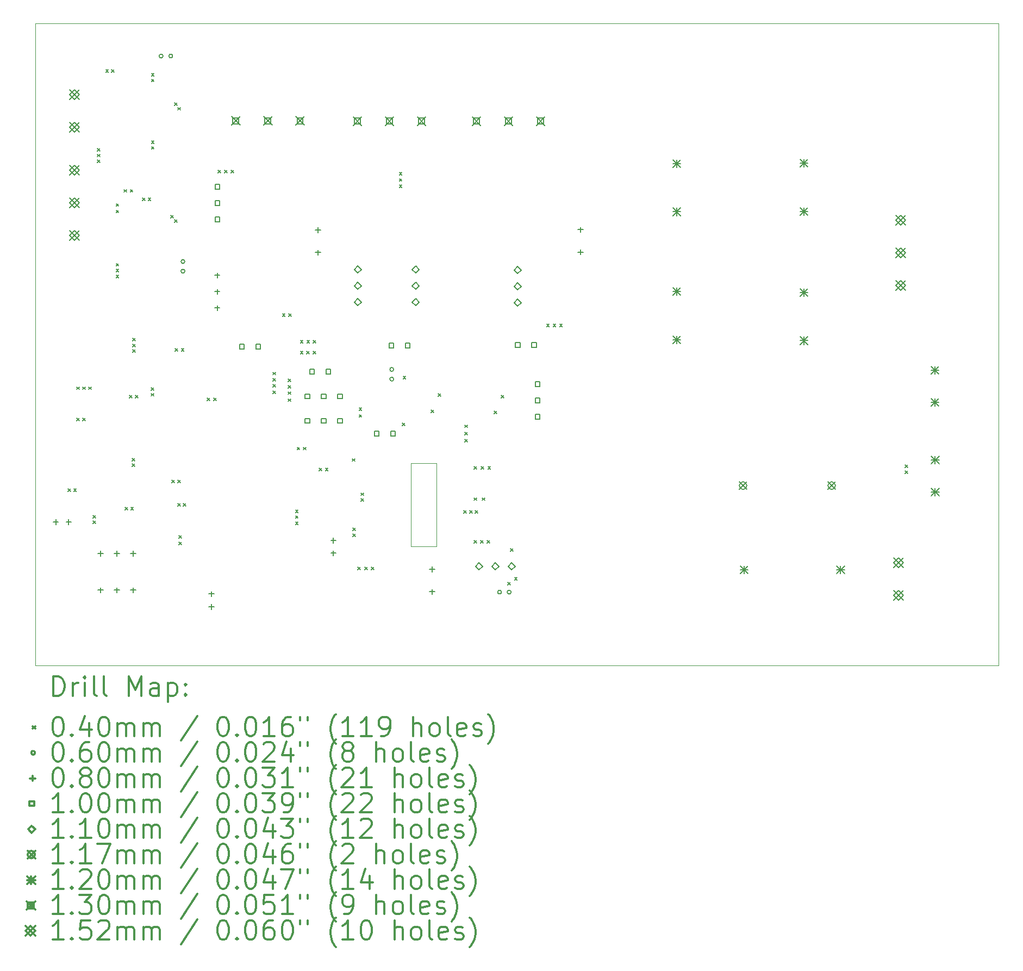
<source format=gbr>
%FSLAX45Y45*%
G04 Gerber Fmt 4.5, Leading zero omitted, Abs format (unit mm)*
G04 Created by KiCad (PCBNEW (5.1.2)-2) date 2021-06-28 19:19:29*
%MOMM*%
%LPD*%
G04 APERTURE LIST*
%ADD10C,0.100000*%
%ADD11C,0.200000*%
%ADD12C,0.300000*%
G04 APERTURE END LIST*
D10*
X10400000Y-16100000D02*
X10400000Y-14800000D01*
X10800000Y-16100000D02*
X10400000Y-16100000D01*
X10800000Y-14800000D02*
X10800000Y-16100000D01*
X10400000Y-14800000D02*
X10800000Y-14800000D01*
X4552450Y-7950850D02*
X4552450Y-17950850D01*
X19552450Y-7950850D02*
X4552450Y-7950850D01*
X19552450Y-17950850D02*
X19552450Y-7950850D01*
X4552450Y-17950850D02*
X19552450Y-17950850D01*
D11*
X5060000Y-15200950D02*
X5100000Y-15240950D01*
X5100000Y-15200950D02*
X5060000Y-15240950D01*
X5148900Y-15200950D02*
X5188900Y-15240950D01*
X5188900Y-15200950D02*
X5148900Y-15240950D01*
X5193350Y-13613450D02*
X5233350Y-13653450D01*
X5233350Y-13613450D02*
X5193350Y-13653450D01*
X5193350Y-14102400D02*
X5233350Y-14142400D01*
X5233350Y-14102400D02*
X5193350Y-14142400D01*
X5288600Y-13613450D02*
X5328600Y-13653450D01*
X5328600Y-13613450D02*
X5288600Y-13653450D01*
X5288600Y-14102400D02*
X5328600Y-14142400D01*
X5328600Y-14102400D02*
X5288600Y-14142400D01*
X5383850Y-13613450D02*
X5423850Y-13653450D01*
X5423850Y-13613450D02*
X5383850Y-13653450D01*
X5447350Y-15613700D02*
X5487350Y-15653700D01*
X5487350Y-15613700D02*
X5447350Y-15653700D01*
X5447350Y-15702600D02*
X5487350Y-15742600D01*
X5487350Y-15702600D02*
X5447350Y-15742600D01*
X5520000Y-9900000D02*
X5560000Y-9940000D01*
X5560000Y-9900000D02*
X5520000Y-9940000D01*
X5520000Y-9990000D02*
X5560000Y-10030000D01*
X5560000Y-9990000D02*
X5520000Y-10030000D01*
X5520000Y-10080000D02*
X5560000Y-10120000D01*
X5560000Y-10080000D02*
X5520000Y-10120000D01*
X5650000Y-8670000D02*
X5690000Y-8710000D01*
X5690000Y-8670000D02*
X5650000Y-8710000D01*
X5740000Y-8670000D02*
X5780000Y-8710000D01*
X5780000Y-8670000D02*
X5740000Y-8710000D01*
X5810000Y-10760000D02*
X5850000Y-10800000D01*
X5850000Y-10760000D02*
X5810000Y-10800000D01*
X5810000Y-10860000D02*
X5850000Y-10900000D01*
X5850000Y-10860000D02*
X5810000Y-10900000D01*
X5810000Y-11690000D02*
X5850000Y-11730000D01*
X5850000Y-11690000D02*
X5810000Y-11730000D01*
X5810000Y-11780000D02*
X5850000Y-11820000D01*
X5850000Y-11780000D02*
X5810000Y-11820000D01*
X5810000Y-11870000D02*
X5850000Y-11910000D01*
X5850000Y-11870000D02*
X5810000Y-11910000D01*
X5930000Y-10540000D02*
X5970000Y-10580000D01*
X5970000Y-10540000D02*
X5930000Y-10580000D01*
X5949000Y-15486700D02*
X5989000Y-15526700D01*
X5989000Y-15486700D02*
X5949000Y-15526700D01*
X6018850Y-13746800D02*
X6058850Y-13786800D01*
X6058850Y-13746800D02*
X6018850Y-13786800D01*
X6030000Y-10540000D02*
X6070000Y-10580000D01*
X6070000Y-10540000D02*
X6030000Y-10580000D01*
X6037900Y-15486700D02*
X6077900Y-15526700D01*
X6077900Y-15486700D02*
X6037900Y-15526700D01*
X6056950Y-14724700D02*
X6096950Y-14764700D01*
X6096950Y-14724700D02*
X6056950Y-14764700D01*
X6056950Y-14813600D02*
X6096950Y-14853600D01*
X6096950Y-14813600D02*
X6056950Y-14853600D01*
X6069650Y-12857800D02*
X6109650Y-12897800D01*
X6109650Y-12857800D02*
X6069650Y-12897800D01*
X6069650Y-12946700D02*
X6109650Y-12986700D01*
X6109650Y-12946700D02*
X6069650Y-12986700D01*
X6069650Y-13035600D02*
X6109650Y-13075600D01*
X6109650Y-13035600D02*
X6069650Y-13075600D01*
X6107750Y-13746800D02*
X6147750Y-13786800D01*
X6147750Y-13746800D02*
X6107750Y-13786800D01*
X6220000Y-10670000D02*
X6260000Y-10710000D01*
X6260000Y-10670000D02*
X6220000Y-10710000D01*
X6310000Y-10670000D02*
X6350000Y-10710000D01*
X6350000Y-10670000D02*
X6310000Y-10710000D01*
X6355400Y-13626150D02*
X6395400Y-13666150D01*
X6395400Y-13626150D02*
X6355400Y-13666150D01*
X6355400Y-13715050D02*
X6395400Y-13755050D01*
X6395400Y-13715050D02*
X6355400Y-13755050D01*
X6360000Y-8730000D02*
X6400000Y-8770000D01*
X6400000Y-8730000D02*
X6360000Y-8770000D01*
X6360000Y-8820000D02*
X6400000Y-8860000D01*
X6400000Y-8820000D02*
X6360000Y-8860000D01*
X6360000Y-9780000D02*
X6400000Y-9820000D01*
X6400000Y-9780000D02*
X6360000Y-9820000D01*
X6360000Y-9870000D02*
X6400000Y-9910000D01*
X6400000Y-9870000D02*
X6360000Y-9910000D01*
X6660000Y-10940000D02*
X6700000Y-10980000D01*
X6700000Y-10940000D02*
X6660000Y-10980000D01*
X6679250Y-15067600D02*
X6719250Y-15107600D01*
X6719250Y-15067600D02*
X6679250Y-15107600D01*
X6720000Y-9190000D02*
X6760000Y-9230000D01*
X6760000Y-9190000D02*
X6720000Y-9230000D01*
X6720000Y-11010000D02*
X6760000Y-11050000D01*
X6760000Y-11010000D02*
X6720000Y-11050000D01*
X6730050Y-13016550D02*
X6770050Y-13056550D01*
X6770050Y-13016550D02*
X6730050Y-13056550D01*
X6768150Y-15067600D02*
X6808150Y-15107600D01*
X6808150Y-15067600D02*
X6768150Y-15107600D01*
X6768150Y-15429550D02*
X6808150Y-15469550D01*
X6808150Y-15429550D02*
X6768150Y-15469550D01*
X6770000Y-9260000D02*
X6810000Y-9300000D01*
X6810000Y-9260000D02*
X6770000Y-9300000D01*
X6787200Y-15931200D02*
X6827200Y-15971200D01*
X6827200Y-15931200D02*
X6787200Y-15971200D01*
X6787200Y-16032800D02*
X6827200Y-16072800D01*
X6827200Y-16032800D02*
X6787200Y-16072800D01*
X6825300Y-13016550D02*
X6865300Y-13056550D01*
X6865300Y-13016550D02*
X6825300Y-13056550D01*
X6857050Y-15429550D02*
X6897050Y-15469550D01*
X6897050Y-15429550D02*
X6857050Y-15469550D01*
X7225350Y-13784900D02*
X7265350Y-13824900D01*
X7265350Y-13784900D02*
X7225350Y-13824900D01*
X7326950Y-13784900D02*
X7366950Y-13824900D01*
X7366950Y-13784900D02*
X7326950Y-13824900D01*
X7400000Y-10240000D02*
X7440000Y-10280000D01*
X7440000Y-10240000D02*
X7400000Y-10280000D01*
X7500000Y-10240000D02*
X7540000Y-10280000D01*
X7540000Y-10240000D02*
X7500000Y-10280000D01*
X7600000Y-10240000D02*
X7640000Y-10280000D01*
X7640000Y-10240000D02*
X7600000Y-10280000D01*
X8254050Y-13384850D02*
X8294050Y-13424850D01*
X8294050Y-13384850D02*
X8254050Y-13424850D01*
X8254050Y-13480100D02*
X8294050Y-13520100D01*
X8294050Y-13480100D02*
X8254050Y-13520100D01*
X8254050Y-13575350D02*
X8294050Y-13615350D01*
X8294050Y-13575350D02*
X8254050Y-13615350D01*
X8254050Y-13676950D02*
X8294050Y-13716950D01*
X8294050Y-13676950D02*
X8254050Y-13716950D01*
X8400100Y-12476800D02*
X8440100Y-12516800D01*
X8440100Y-12476800D02*
X8400100Y-12516800D01*
X8490000Y-13490000D02*
X8530000Y-13530000D01*
X8530000Y-13490000D02*
X8490000Y-13530000D01*
X8490000Y-13590000D02*
X8530000Y-13630000D01*
X8530000Y-13590000D02*
X8490000Y-13630000D01*
X8490000Y-13690000D02*
X8530000Y-13730000D01*
X8530000Y-13690000D02*
X8490000Y-13730000D01*
X8490000Y-13800000D02*
X8530000Y-13840000D01*
X8530000Y-13800000D02*
X8490000Y-13840000D01*
X8495350Y-12476800D02*
X8535350Y-12516800D01*
X8535350Y-12476800D02*
X8495350Y-12516800D01*
X8603300Y-15531700D02*
X8643300Y-15571700D01*
X8643300Y-15531700D02*
X8603300Y-15571700D01*
X8603300Y-15620050D02*
X8643300Y-15660050D01*
X8643300Y-15620050D02*
X8603300Y-15660050D01*
X8603300Y-15715300D02*
X8643300Y-15755300D01*
X8643300Y-15715300D02*
X8603300Y-15755300D01*
X8628700Y-14553250D02*
X8668700Y-14593250D01*
X8668700Y-14553250D02*
X8628700Y-14593250D01*
X8679500Y-12889550D02*
X8719500Y-12929550D01*
X8719500Y-12889550D02*
X8679500Y-12929550D01*
X8680000Y-13061000D02*
X8720000Y-13101000D01*
X8720000Y-13061000D02*
X8680000Y-13101000D01*
X8723950Y-14553250D02*
X8763950Y-14593250D01*
X8763950Y-14553250D02*
X8723950Y-14593250D01*
X8780000Y-13061000D02*
X8820000Y-13101000D01*
X8820000Y-13061000D02*
X8780000Y-13101000D01*
X8781100Y-12889550D02*
X8821100Y-12929550D01*
X8821100Y-12889550D02*
X8781100Y-12929550D01*
X8876350Y-12889550D02*
X8916350Y-12929550D01*
X8916350Y-12889550D02*
X8876350Y-12929550D01*
X8880000Y-13061000D02*
X8920000Y-13101000D01*
X8920000Y-13061000D02*
X8880000Y-13101000D01*
X8971600Y-14880000D02*
X9011600Y-14920000D01*
X9011600Y-14880000D02*
X8971600Y-14920000D01*
X9069800Y-14880000D02*
X9109800Y-14920000D01*
X9109800Y-14880000D02*
X9069800Y-14920000D01*
X9485950Y-14731050D02*
X9525950Y-14771050D01*
X9525950Y-14731050D02*
X9485950Y-14771050D01*
X9498650Y-15810550D02*
X9538650Y-15850550D01*
X9538650Y-15810550D02*
X9498650Y-15850550D01*
X9498650Y-15905800D02*
X9538650Y-15945800D01*
X9538650Y-15905800D02*
X9498650Y-15945800D01*
X9574850Y-16420150D02*
X9614850Y-16460150D01*
X9614850Y-16420150D02*
X9574850Y-16460150D01*
X9593900Y-13941100D02*
X9633900Y-13981100D01*
X9633900Y-13941100D02*
X9593900Y-13981100D01*
X9593900Y-14045250D02*
X9633900Y-14085250D01*
X9633900Y-14045250D02*
X9593900Y-14085250D01*
X9625650Y-15264450D02*
X9665650Y-15304450D01*
X9665650Y-15264450D02*
X9625650Y-15304450D01*
X9625650Y-15353350D02*
X9665650Y-15393350D01*
X9665650Y-15353350D02*
X9625650Y-15393350D01*
X9682800Y-16420150D02*
X9722800Y-16460150D01*
X9722800Y-16420150D02*
X9682800Y-16460150D01*
X9784400Y-16420150D02*
X9824400Y-16460150D01*
X9824400Y-16420150D02*
X9784400Y-16460150D01*
X10220000Y-10270000D02*
X10260000Y-10310000D01*
X10260000Y-10270000D02*
X10220000Y-10310000D01*
X10220000Y-10370000D02*
X10260000Y-10410000D01*
X10260000Y-10370000D02*
X10220000Y-10410000D01*
X10220000Y-10470000D02*
X10260000Y-10510000D01*
X10260000Y-10470000D02*
X10220000Y-10510000D01*
X10267000Y-14178600D02*
X10307000Y-14218600D01*
X10307000Y-14178600D02*
X10267000Y-14218600D01*
X10279700Y-13448350D02*
X10319700Y-13488350D01*
X10319700Y-13448350D02*
X10279700Y-13488350D01*
X10717850Y-13975400D02*
X10757850Y-14015400D01*
X10757850Y-13975400D02*
X10717850Y-14015400D01*
X10825800Y-13721400D02*
X10865800Y-13761400D01*
X10865800Y-13721400D02*
X10825800Y-13761400D01*
X11225850Y-15537500D02*
X11265850Y-15577500D01*
X11265850Y-15537500D02*
X11225850Y-15577500D01*
X11238550Y-14205000D02*
X11278550Y-14245000D01*
X11278550Y-14205000D02*
X11238550Y-14245000D01*
X11238550Y-14321450D02*
X11278550Y-14361450D01*
X11278550Y-14321450D02*
X11238550Y-14361450D01*
X11238550Y-14432600D02*
X11278550Y-14472600D01*
X11278550Y-14432600D02*
X11238550Y-14472600D01*
X11314750Y-15537500D02*
X11354750Y-15577500D01*
X11354750Y-15537500D02*
X11314750Y-15577500D01*
X11384600Y-14851700D02*
X11424600Y-14891700D01*
X11424600Y-14851700D02*
X11384600Y-14891700D01*
X11384600Y-15340650D02*
X11424600Y-15380650D01*
X11424600Y-15340650D02*
X11384600Y-15380650D01*
X11384600Y-16007400D02*
X11424600Y-16047400D01*
X11424600Y-16007400D02*
X11384600Y-16047400D01*
X11403650Y-15537500D02*
X11443650Y-15577500D01*
X11443650Y-15537500D02*
X11403650Y-15577500D01*
X11486200Y-16007400D02*
X11526200Y-16047400D01*
X11526200Y-16007400D02*
X11486200Y-16047400D01*
X11492550Y-14851700D02*
X11532550Y-14891700D01*
X11532550Y-14851700D02*
X11492550Y-14891700D01*
X11511600Y-15340650D02*
X11551600Y-15380650D01*
X11551600Y-15340650D02*
X11511600Y-15380650D01*
X11587800Y-16007400D02*
X11627800Y-16047400D01*
X11627800Y-16007400D02*
X11587800Y-16047400D01*
X11600500Y-14851700D02*
X11640500Y-14891700D01*
X11640500Y-14851700D02*
X11600500Y-14891700D01*
X11695750Y-13988100D02*
X11735750Y-14028100D01*
X11735750Y-13988100D02*
X11695750Y-14028100D01*
X11810050Y-13746800D02*
X11850050Y-13786800D01*
X11850050Y-13746800D02*
X11810050Y-13786800D01*
X11911650Y-16658350D02*
X11951650Y-16698350D01*
X11951650Y-16658350D02*
X11911650Y-16698350D01*
X11949750Y-16130250D02*
X11989750Y-16170250D01*
X11989750Y-16130250D02*
X11949750Y-16170250D01*
X12015000Y-16582500D02*
X12055000Y-16622500D01*
X12055000Y-16582500D02*
X12015000Y-16622500D01*
X12514900Y-12635550D02*
X12554900Y-12675550D01*
X12554900Y-12635550D02*
X12514900Y-12675550D01*
X12616500Y-12635550D02*
X12656500Y-12675550D01*
X12656500Y-12635550D02*
X12616500Y-12675550D01*
X12718100Y-12635550D02*
X12758100Y-12675550D01*
X12758100Y-12635550D02*
X12718100Y-12675550D01*
X18100000Y-14830000D02*
X18140000Y-14870000D01*
X18140000Y-14830000D02*
X18100000Y-14870000D01*
X18100000Y-14920000D02*
X18140000Y-14960000D01*
X18140000Y-14920000D02*
X18100000Y-14960000D01*
X6540000Y-8460000D02*
G75*
G03X6540000Y-8460000I-30000J0D01*
G01*
X6690000Y-8460000D02*
G75*
G03X6690000Y-8460000I-30000J0D01*
G01*
X11811650Y-16808450D02*
G75*
G03X11811650Y-16808450I-30000J0D01*
G01*
X11961650Y-16808450D02*
G75*
G03X11961650Y-16808450I-30000J0D01*
G01*
X6880000Y-11660000D02*
G75*
G03X6880000Y-11660000I-30000J0D01*
G01*
X6880000Y-11810000D02*
G75*
G03X6880000Y-11810000I-30000J0D01*
G01*
X10132850Y-13341350D02*
G75*
G03X10132850Y-13341350I-30000J0D01*
G01*
X10132850Y-13491350D02*
G75*
G03X10132850Y-13491350I-30000J0D01*
G01*
X10731500Y-16412100D02*
X10731500Y-16492100D01*
X10691500Y-16452100D02*
X10771500Y-16452100D01*
X10731500Y-16762100D02*
X10731500Y-16842100D01*
X10691500Y-16802100D02*
X10771500Y-16802100D01*
X5568950Y-16165200D02*
X5568950Y-16245200D01*
X5528950Y-16205200D02*
X5608950Y-16205200D01*
X5822950Y-16165200D02*
X5822950Y-16245200D01*
X5782950Y-16205200D02*
X5862950Y-16205200D01*
X6076950Y-16165200D02*
X6076950Y-16245200D01*
X6036950Y-16205200D02*
X6116950Y-16205200D01*
X9194800Y-15962000D02*
X9194800Y-16042000D01*
X9154800Y-16002000D02*
X9234800Y-16002000D01*
X9194800Y-16162000D02*
X9194800Y-16242000D01*
X9154800Y-16202000D02*
X9234800Y-16202000D01*
X5568950Y-16736700D02*
X5568950Y-16816700D01*
X5528950Y-16776700D02*
X5608950Y-16776700D01*
X5822950Y-16736700D02*
X5822950Y-16816700D01*
X5782950Y-16776700D02*
X5862950Y-16776700D01*
X6076950Y-16736700D02*
X6076950Y-16816700D01*
X6036950Y-16776700D02*
X6116950Y-16776700D01*
X7385050Y-11834500D02*
X7385050Y-11914500D01*
X7345050Y-11874500D02*
X7425050Y-11874500D01*
X7385050Y-12088500D02*
X7385050Y-12168500D01*
X7345050Y-12128500D02*
X7425050Y-12128500D01*
X7385050Y-12342500D02*
X7385050Y-12422500D01*
X7345050Y-12382500D02*
X7425050Y-12382500D01*
X4870450Y-15676250D02*
X4870450Y-15756250D01*
X4830450Y-15716250D02*
X4910450Y-15716250D01*
X5070450Y-15676250D02*
X5070450Y-15756250D01*
X5030450Y-15716250D02*
X5110450Y-15716250D01*
X7296150Y-16797050D02*
X7296150Y-16877050D01*
X7256150Y-16837050D02*
X7336150Y-16837050D01*
X7296150Y-16997050D02*
X7296150Y-17077050D01*
X7256150Y-17037050D02*
X7336150Y-17037050D01*
X8953500Y-11129650D02*
X8953500Y-11209650D01*
X8913500Y-11169650D02*
X8993500Y-11169650D01*
X8953500Y-11479650D02*
X8953500Y-11559650D01*
X8913500Y-11519650D02*
X8993500Y-11519650D01*
X13042900Y-11123300D02*
X13042900Y-11203300D01*
X13002900Y-11163300D02*
X13082900Y-11163300D01*
X13042900Y-11473300D02*
X13042900Y-11553300D01*
X13002900Y-11513300D02*
X13082900Y-11513300D01*
X10131856Y-13002056D02*
X10131856Y-12931344D01*
X10061144Y-12931344D01*
X10061144Y-13002056D01*
X10131856Y-13002056D01*
X10385856Y-13002056D02*
X10385856Y-12931344D01*
X10315144Y-12931344D01*
X10315144Y-13002056D01*
X10385856Y-13002056D01*
X8893606Y-13408456D02*
X8893606Y-13337744D01*
X8822894Y-13337744D01*
X8822894Y-13408456D01*
X8893606Y-13408456D01*
X9147606Y-13408456D02*
X9147606Y-13337744D01*
X9076894Y-13337744D01*
X9076894Y-13408456D01*
X9147606Y-13408456D01*
X12411506Y-13605306D02*
X12411506Y-13534594D01*
X12340794Y-13534594D01*
X12340794Y-13605306D01*
X12411506Y-13605306D01*
X12411506Y-13859306D02*
X12411506Y-13788594D01*
X12340794Y-13788594D01*
X12340794Y-13859306D01*
X12411506Y-13859306D01*
X12411506Y-14113306D02*
X12411506Y-14042594D01*
X12340794Y-14042594D01*
X12340794Y-14113306D01*
X12411506Y-14113306D01*
X8823606Y-14176806D02*
X8823606Y-14106094D01*
X8752894Y-14106094D01*
X8752894Y-14176806D01*
X8823606Y-14176806D01*
X9077606Y-14176806D02*
X9077606Y-14106094D01*
X9006894Y-14106094D01*
X9006894Y-14176806D01*
X9077606Y-14176806D01*
X9331606Y-14176806D02*
X9331606Y-14106094D01*
X9260894Y-14106094D01*
X9260894Y-14176806D01*
X9331606Y-14176806D01*
X8823606Y-13795806D02*
X8823606Y-13725094D01*
X8752894Y-13725094D01*
X8752894Y-13795806D01*
X8823606Y-13795806D01*
X9077606Y-13795806D02*
X9077606Y-13725094D01*
X9006894Y-13725094D01*
X9006894Y-13795806D01*
X9077606Y-13795806D01*
X9331606Y-13795806D02*
X9331606Y-13725094D01*
X9260894Y-13725094D01*
X9260894Y-13795806D01*
X9331606Y-13795806D01*
X9903256Y-14373656D02*
X9903256Y-14302944D01*
X9832544Y-14302944D01*
X9832544Y-14373656D01*
X9903256Y-14373656D01*
X10157256Y-14373656D02*
X10157256Y-14302944D01*
X10086544Y-14302944D01*
X10086544Y-14373656D01*
X10157256Y-14373656D01*
X12100356Y-12995706D02*
X12100356Y-12924994D01*
X12029644Y-12924994D01*
X12029644Y-12995706D01*
X12100356Y-12995706D01*
X12354356Y-12995706D02*
X12354356Y-12924994D01*
X12283644Y-12924994D01*
X12283644Y-12995706D01*
X12354356Y-12995706D01*
X7801406Y-13021106D02*
X7801406Y-12950394D01*
X7730694Y-12950394D01*
X7730694Y-13021106D01*
X7801406Y-13021106D01*
X8055406Y-13021106D02*
X8055406Y-12950394D01*
X7984694Y-12950394D01*
X7984694Y-13021106D01*
X8055406Y-13021106D01*
X7425356Y-10531356D02*
X7425356Y-10460644D01*
X7354644Y-10460644D01*
X7354644Y-10531356D01*
X7425356Y-10531356D01*
X7425356Y-10785356D02*
X7425356Y-10714644D01*
X7354644Y-10714644D01*
X7354644Y-10785356D01*
X7425356Y-10785356D01*
X7425356Y-11039356D02*
X7425356Y-10968644D01*
X7354644Y-10968644D01*
X7354644Y-11039356D01*
X7425356Y-11039356D01*
X10477500Y-11840600D02*
X10532500Y-11785600D01*
X10477500Y-11730600D01*
X10422500Y-11785600D01*
X10477500Y-11840600D01*
X10477500Y-12094600D02*
X10532500Y-12039600D01*
X10477500Y-11984600D01*
X10422500Y-12039600D01*
X10477500Y-12094600D01*
X10477500Y-12348600D02*
X10532500Y-12293600D01*
X10477500Y-12238600D01*
X10422500Y-12293600D01*
X10477500Y-12348600D01*
X9575800Y-11840600D02*
X9630800Y-11785600D01*
X9575800Y-11730600D01*
X9520800Y-11785600D01*
X9575800Y-11840600D01*
X9575800Y-12094600D02*
X9630800Y-12039600D01*
X9575800Y-11984600D01*
X9520800Y-12039600D01*
X9575800Y-12094600D01*
X9575800Y-12348600D02*
X9630800Y-12293600D01*
X9575800Y-12238600D01*
X9520800Y-12293600D01*
X9575800Y-12348600D01*
X12065000Y-11846950D02*
X12120000Y-11791950D01*
X12065000Y-11736950D01*
X12010000Y-11791950D01*
X12065000Y-11846950D01*
X12065000Y-12100950D02*
X12120000Y-12045950D01*
X12065000Y-11990950D01*
X12010000Y-12045950D01*
X12065000Y-12100950D01*
X12065000Y-12354950D02*
X12120000Y-12299950D01*
X12065000Y-12244950D01*
X12010000Y-12299950D01*
X12065000Y-12354950D01*
X11461750Y-16463400D02*
X11516750Y-16408400D01*
X11461750Y-16353400D01*
X11406750Y-16408400D01*
X11461750Y-16463400D01*
X11715750Y-16463400D02*
X11770750Y-16408400D01*
X11715750Y-16353400D01*
X11660750Y-16408400D01*
X11715750Y-16463400D01*
X11969750Y-16463400D02*
X12024750Y-16408400D01*
X11969750Y-16353400D01*
X11914750Y-16408400D01*
X11969750Y-16463400D01*
X15516580Y-15091580D02*
X15633420Y-15208420D01*
X15633420Y-15091580D02*
X15516580Y-15208420D01*
X15633420Y-15150000D02*
G75*
G03X15633420Y-15150000I-58420J0D01*
G01*
X16896580Y-15091580D02*
X17013420Y-15208420D01*
X17013420Y-15091580D02*
X16896580Y-15208420D01*
X17013420Y-15150000D02*
G75*
G03X17013420Y-15150000I-58420J0D01*
G01*
X18501050Y-13294050D02*
X18621050Y-13414050D01*
X18621050Y-13294050D02*
X18501050Y-13414050D01*
X18561050Y-13294050D02*
X18561050Y-13414050D01*
X18501050Y-13354050D02*
X18621050Y-13354050D01*
X18501050Y-13794050D02*
X18621050Y-13914050D01*
X18621050Y-13794050D02*
X18501050Y-13914050D01*
X18561050Y-13794050D02*
X18561050Y-13914050D01*
X18501050Y-13854050D02*
X18621050Y-13854050D01*
X18507400Y-14692700D02*
X18627400Y-14812700D01*
X18627400Y-14692700D02*
X18507400Y-14812700D01*
X18567400Y-14692700D02*
X18567400Y-14812700D01*
X18507400Y-14752700D02*
X18627400Y-14752700D01*
X18507400Y-15192700D02*
X18627400Y-15312700D01*
X18627400Y-15192700D02*
X18507400Y-15312700D01*
X18567400Y-15192700D02*
X18567400Y-15312700D01*
X18507400Y-15252700D02*
X18627400Y-15252700D01*
X16462700Y-10068250D02*
X16582700Y-10188250D01*
X16582700Y-10068250D02*
X16462700Y-10188250D01*
X16522700Y-10068250D02*
X16522700Y-10188250D01*
X16462700Y-10128250D02*
X16582700Y-10128250D01*
X16462700Y-10818250D02*
X16582700Y-10938250D01*
X16582700Y-10818250D02*
X16462700Y-10938250D01*
X16522700Y-10818250D02*
X16522700Y-10938250D01*
X16462700Y-10878250D02*
X16582700Y-10878250D01*
X14481500Y-10074600D02*
X14601500Y-10194600D01*
X14601500Y-10074600D02*
X14481500Y-10194600D01*
X14541500Y-10074600D02*
X14541500Y-10194600D01*
X14481500Y-10134600D02*
X14601500Y-10134600D01*
X14481500Y-10824600D02*
X14601500Y-10944600D01*
X14601500Y-10824600D02*
X14481500Y-10944600D01*
X14541500Y-10824600D02*
X14541500Y-10944600D01*
X14481500Y-10884600D02*
X14601500Y-10884600D01*
X15534200Y-16399200D02*
X15654200Y-16519200D01*
X15654200Y-16399200D02*
X15534200Y-16519200D01*
X15594200Y-16399200D02*
X15594200Y-16519200D01*
X15534200Y-16459200D02*
X15654200Y-16459200D01*
X17034200Y-16399200D02*
X17154200Y-16519200D01*
X17154200Y-16399200D02*
X17034200Y-16519200D01*
X17094200Y-16399200D02*
X17094200Y-16519200D01*
X17034200Y-16459200D02*
X17154200Y-16459200D01*
X14481500Y-12068500D02*
X14601500Y-12188500D01*
X14601500Y-12068500D02*
X14481500Y-12188500D01*
X14541500Y-12068500D02*
X14541500Y-12188500D01*
X14481500Y-12128500D02*
X14601500Y-12128500D01*
X14481500Y-12818500D02*
X14601500Y-12938500D01*
X14601500Y-12818500D02*
X14481500Y-12938500D01*
X14541500Y-12818500D02*
X14541500Y-12938500D01*
X14481500Y-12878500D02*
X14601500Y-12878500D01*
X16462700Y-12081200D02*
X16582700Y-12201200D01*
X16582700Y-12081200D02*
X16462700Y-12201200D01*
X16522700Y-12081200D02*
X16522700Y-12201200D01*
X16462700Y-12141200D02*
X16582700Y-12141200D01*
X16462700Y-12831200D02*
X16582700Y-12951200D01*
X16582700Y-12831200D02*
X16462700Y-12951200D01*
X16522700Y-12831200D02*
X16522700Y-12951200D01*
X16462700Y-12891200D02*
X16582700Y-12891200D01*
X11355600Y-9409200D02*
X11485600Y-9539200D01*
X11485600Y-9409200D02*
X11355600Y-9539200D01*
X11466562Y-9520162D02*
X11466562Y-9428238D01*
X11374638Y-9428238D01*
X11374638Y-9520162D01*
X11466562Y-9520162D01*
X11855600Y-9409200D02*
X11985600Y-9539200D01*
X11985600Y-9409200D02*
X11855600Y-9539200D01*
X11966562Y-9520162D02*
X11966562Y-9428238D01*
X11874638Y-9428238D01*
X11874638Y-9520162D01*
X11966562Y-9520162D01*
X12355600Y-9409200D02*
X12485600Y-9539200D01*
X12485600Y-9409200D02*
X12355600Y-9539200D01*
X12466562Y-9520162D02*
X12466562Y-9428238D01*
X12374638Y-9428238D01*
X12374638Y-9520162D01*
X12466562Y-9520162D01*
X9501400Y-9409200D02*
X9631400Y-9539200D01*
X9631400Y-9409200D02*
X9501400Y-9539200D01*
X9612362Y-9520162D02*
X9612362Y-9428238D01*
X9520438Y-9428238D01*
X9520438Y-9520162D01*
X9612362Y-9520162D01*
X10001400Y-9409200D02*
X10131400Y-9539200D01*
X10131400Y-9409200D02*
X10001400Y-9539200D01*
X10112362Y-9520162D02*
X10112362Y-9428238D01*
X10020438Y-9428238D01*
X10020438Y-9520162D01*
X10112362Y-9520162D01*
X10501400Y-9409200D02*
X10631400Y-9539200D01*
X10631400Y-9409200D02*
X10501400Y-9539200D01*
X10612362Y-9520162D02*
X10612362Y-9428238D01*
X10520438Y-9428238D01*
X10520438Y-9520162D01*
X10612362Y-9520162D01*
X7609100Y-9402850D02*
X7739100Y-9532850D01*
X7739100Y-9402850D02*
X7609100Y-9532850D01*
X7720062Y-9513812D02*
X7720062Y-9421888D01*
X7628138Y-9421888D01*
X7628138Y-9513812D01*
X7720062Y-9513812D01*
X8109100Y-9402850D02*
X8239100Y-9532850D01*
X8239100Y-9402850D02*
X8109100Y-9532850D01*
X8220062Y-9513812D02*
X8220062Y-9421888D01*
X8128138Y-9421888D01*
X8128138Y-9513812D01*
X8220062Y-9513812D01*
X8609100Y-9402850D02*
X8739100Y-9532850D01*
X8739100Y-9402850D02*
X8609100Y-9532850D01*
X8720062Y-9513812D02*
X8720062Y-9421888D01*
X8628138Y-9421888D01*
X8628138Y-9513812D01*
X8720062Y-9513812D01*
X17924000Y-16274000D02*
X18076000Y-16426000D01*
X18076000Y-16274000D02*
X17924000Y-16426000D01*
X18000000Y-16426000D02*
X18076000Y-16350000D01*
X18000000Y-16274000D01*
X17924000Y-16350000D01*
X18000000Y-16426000D01*
X17924000Y-16782000D02*
X18076000Y-16934000D01*
X18076000Y-16782000D02*
X17924000Y-16934000D01*
X18000000Y-16934000D02*
X18076000Y-16858000D01*
X18000000Y-16782000D01*
X17924000Y-16858000D01*
X18000000Y-16934000D01*
X5084000Y-10158000D02*
X5236000Y-10310000D01*
X5236000Y-10158000D02*
X5084000Y-10310000D01*
X5160000Y-10310000D02*
X5236000Y-10234000D01*
X5160000Y-10158000D01*
X5084000Y-10234000D01*
X5160000Y-10310000D01*
X5084000Y-10666000D02*
X5236000Y-10818000D01*
X5236000Y-10666000D02*
X5084000Y-10818000D01*
X5160000Y-10818000D02*
X5236000Y-10742000D01*
X5160000Y-10666000D01*
X5084000Y-10742000D01*
X5160000Y-10818000D01*
X5084000Y-11174000D02*
X5236000Y-11326000D01*
X5236000Y-11174000D02*
X5084000Y-11326000D01*
X5160000Y-11326000D02*
X5236000Y-11250000D01*
X5160000Y-11174000D01*
X5084000Y-11250000D01*
X5160000Y-11326000D01*
X17958000Y-10941250D02*
X18110000Y-11093250D01*
X18110000Y-10941250D02*
X17958000Y-11093250D01*
X18034000Y-11093250D02*
X18110000Y-11017250D01*
X18034000Y-10941250D01*
X17958000Y-11017250D01*
X18034000Y-11093250D01*
X17958000Y-11449250D02*
X18110000Y-11601250D01*
X18110000Y-11449250D02*
X17958000Y-11601250D01*
X18034000Y-11601250D02*
X18110000Y-11525250D01*
X18034000Y-11449250D01*
X17958000Y-11525250D01*
X18034000Y-11601250D01*
X17958000Y-11957250D02*
X18110000Y-12109250D01*
X18110000Y-11957250D02*
X17958000Y-12109250D01*
X18034000Y-12109250D02*
X18110000Y-12033250D01*
X18034000Y-11957250D01*
X17958000Y-12033250D01*
X18034000Y-12109250D01*
X5084000Y-8986000D02*
X5236000Y-9138000D01*
X5236000Y-8986000D02*
X5084000Y-9138000D01*
X5160000Y-9138000D02*
X5236000Y-9062000D01*
X5160000Y-8986000D01*
X5084000Y-9062000D01*
X5160000Y-9138000D01*
X5084000Y-9494000D02*
X5236000Y-9646000D01*
X5236000Y-9494000D02*
X5084000Y-9646000D01*
X5160000Y-9646000D02*
X5236000Y-9570000D01*
X5160000Y-9494000D01*
X5084000Y-9570000D01*
X5160000Y-9646000D01*
D12*
X4833878Y-18421564D02*
X4833878Y-18121564D01*
X4905307Y-18121564D01*
X4948164Y-18135850D01*
X4976736Y-18164422D01*
X4991021Y-18192993D01*
X5005307Y-18250136D01*
X5005307Y-18292993D01*
X4991021Y-18350136D01*
X4976736Y-18378707D01*
X4948164Y-18407279D01*
X4905307Y-18421564D01*
X4833878Y-18421564D01*
X5133878Y-18421564D02*
X5133878Y-18221564D01*
X5133878Y-18278707D02*
X5148164Y-18250136D01*
X5162450Y-18235850D01*
X5191021Y-18221564D01*
X5219593Y-18221564D01*
X5319593Y-18421564D02*
X5319593Y-18221564D01*
X5319593Y-18121564D02*
X5305307Y-18135850D01*
X5319593Y-18150136D01*
X5333878Y-18135850D01*
X5319593Y-18121564D01*
X5319593Y-18150136D01*
X5505307Y-18421564D02*
X5476736Y-18407279D01*
X5462450Y-18378707D01*
X5462450Y-18121564D01*
X5662450Y-18421564D02*
X5633878Y-18407279D01*
X5619593Y-18378707D01*
X5619593Y-18121564D01*
X6005307Y-18421564D02*
X6005307Y-18121564D01*
X6105307Y-18335850D01*
X6205307Y-18121564D01*
X6205307Y-18421564D01*
X6476736Y-18421564D02*
X6476736Y-18264422D01*
X6462450Y-18235850D01*
X6433878Y-18221564D01*
X6376736Y-18221564D01*
X6348164Y-18235850D01*
X6476736Y-18407279D02*
X6448164Y-18421564D01*
X6376736Y-18421564D01*
X6348164Y-18407279D01*
X6333878Y-18378707D01*
X6333878Y-18350136D01*
X6348164Y-18321564D01*
X6376736Y-18307279D01*
X6448164Y-18307279D01*
X6476736Y-18292993D01*
X6619593Y-18221564D02*
X6619593Y-18521564D01*
X6619593Y-18235850D02*
X6648164Y-18221564D01*
X6705307Y-18221564D01*
X6733878Y-18235850D01*
X6748164Y-18250136D01*
X6762450Y-18278707D01*
X6762450Y-18364422D01*
X6748164Y-18392993D01*
X6733878Y-18407279D01*
X6705307Y-18421564D01*
X6648164Y-18421564D01*
X6619593Y-18407279D01*
X6891021Y-18392993D02*
X6905307Y-18407279D01*
X6891021Y-18421564D01*
X6876736Y-18407279D01*
X6891021Y-18392993D01*
X6891021Y-18421564D01*
X6891021Y-18235850D02*
X6905307Y-18250136D01*
X6891021Y-18264422D01*
X6876736Y-18250136D01*
X6891021Y-18235850D01*
X6891021Y-18264422D01*
X4507450Y-18895850D02*
X4547450Y-18935850D01*
X4547450Y-18895850D02*
X4507450Y-18935850D01*
X4891021Y-18751564D02*
X4919593Y-18751564D01*
X4948164Y-18765850D01*
X4962450Y-18780136D01*
X4976736Y-18808707D01*
X4991021Y-18865850D01*
X4991021Y-18937279D01*
X4976736Y-18994422D01*
X4962450Y-19022993D01*
X4948164Y-19037279D01*
X4919593Y-19051564D01*
X4891021Y-19051564D01*
X4862450Y-19037279D01*
X4848164Y-19022993D01*
X4833878Y-18994422D01*
X4819593Y-18937279D01*
X4819593Y-18865850D01*
X4833878Y-18808707D01*
X4848164Y-18780136D01*
X4862450Y-18765850D01*
X4891021Y-18751564D01*
X5119593Y-19022993D02*
X5133878Y-19037279D01*
X5119593Y-19051564D01*
X5105307Y-19037279D01*
X5119593Y-19022993D01*
X5119593Y-19051564D01*
X5391021Y-18851564D02*
X5391021Y-19051564D01*
X5319593Y-18737279D02*
X5248164Y-18951564D01*
X5433878Y-18951564D01*
X5605307Y-18751564D02*
X5633878Y-18751564D01*
X5662450Y-18765850D01*
X5676736Y-18780136D01*
X5691021Y-18808707D01*
X5705307Y-18865850D01*
X5705307Y-18937279D01*
X5691021Y-18994422D01*
X5676736Y-19022993D01*
X5662450Y-19037279D01*
X5633878Y-19051564D01*
X5605307Y-19051564D01*
X5576736Y-19037279D01*
X5562450Y-19022993D01*
X5548164Y-18994422D01*
X5533878Y-18937279D01*
X5533878Y-18865850D01*
X5548164Y-18808707D01*
X5562450Y-18780136D01*
X5576736Y-18765850D01*
X5605307Y-18751564D01*
X5833878Y-19051564D02*
X5833878Y-18851564D01*
X5833878Y-18880136D02*
X5848164Y-18865850D01*
X5876736Y-18851564D01*
X5919593Y-18851564D01*
X5948164Y-18865850D01*
X5962450Y-18894422D01*
X5962450Y-19051564D01*
X5962450Y-18894422D02*
X5976736Y-18865850D01*
X6005307Y-18851564D01*
X6048164Y-18851564D01*
X6076736Y-18865850D01*
X6091021Y-18894422D01*
X6091021Y-19051564D01*
X6233878Y-19051564D02*
X6233878Y-18851564D01*
X6233878Y-18880136D02*
X6248164Y-18865850D01*
X6276736Y-18851564D01*
X6319593Y-18851564D01*
X6348164Y-18865850D01*
X6362450Y-18894422D01*
X6362450Y-19051564D01*
X6362450Y-18894422D02*
X6376736Y-18865850D01*
X6405307Y-18851564D01*
X6448164Y-18851564D01*
X6476736Y-18865850D01*
X6491021Y-18894422D01*
X6491021Y-19051564D01*
X7076736Y-18737279D02*
X6819593Y-19122993D01*
X7462450Y-18751564D02*
X7491021Y-18751564D01*
X7519593Y-18765850D01*
X7533878Y-18780136D01*
X7548164Y-18808707D01*
X7562450Y-18865850D01*
X7562450Y-18937279D01*
X7548164Y-18994422D01*
X7533878Y-19022993D01*
X7519593Y-19037279D01*
X7491021Y-19051564D01*
X7462450Y-19051564D01*
X7433878Y-19037279D01*
X7419593Y-19022993D01*
X7405307Y-18994422D01*
X7391021Y-18937279D01*
X7391021Y-18865850D01*
X7405307Y-18808707D01*
X7419593Y-18780136D01*
X7433878Y-18765850D01*
X7462450Y-18751564D01*
X7691021Y-19022993D02*
X7705307Y-19037279D01*
X7691021Y-19051564D01*
X7676736Y-19037279D01*
X7691021Y-19022993D01*
X7691021Y-19051564D01*
X7891021Y-18751564D02*
X7919593Y-18751564D01*
X7948164Y-18765850D01*
X7962450Y-18780136D01*
X7976736Y-18808707D01*
X7991021Y-18865850D01*
X7991021Y-18937279D01*
X7976736Y-18994422D01*
X7962450Y-19022993D01*
X7948164Y-19037279D01*
X7919593Y-19051564D01*
X7891021Y-19051564D01*
X7862450Y-19037279D01*
X7848164Y-19022993D01*
X7833878Y-18994422D01*
X7819593Y-18937279D01*
X7819593Y-18865850D01*
X7833878Y-18808707D01*
X7848164Y-18780136D01*
X7862450Y-18765850D01*
X7891021Y-18751564D01*
X8276736Y-19051564D02*
X8105307Y-19051564D01*
X8191021Y-19051564D02*
X8191021Y-18751564D01*
X8162450Y-18794422D01*
X8133878Y-18822993D01*
X8105307Y-18837279D01*
X8533878Y-18751564D02*
X8476736Y-18751564D01*
X8448164Y-18765850D01*
X8433878Y-18780136D01*
X8405307Y-18822993D01*
X8391021Y-18880136D01*
X8391021Y-18994422D01*
X8405307Y-19022993D01*
X8419593Y-19037279D01*
X8448164Y-19051564D01*
X8505307Y-19051564D01*
X8533878Y-19037279D01*
X8548164Y-19022993D01*
X8562450Y-18994422D01*
X8562450Y-18922993D01*
X8548164Y-18894422D01*
X8533878Y-18880136D01*
X8505307Y-18865850D01*
X8448164Y-18865850D01*
X8419593Y-18880136D01*
X8405307Y-18894422D01*
X8391021Y-18922993D01*
X8676736Y-18751564D02*
X8676736Y-18808707D01*
X8791021Y-18751564D02*
X8791021Y-18808707D01*
X9233878Y-19165850D02*
X9219593Y-19151564D01*
X9191021Y-19108707D01*
X9176736Y-19080136D01*
X9162450Y-19037279D01*
X9148164Y-18965850D01*
X9148164Y-18908707D01*
X9162450Y-18837279D01*
X9176736Y-18794422D01*
X9191021Y-18765850D01*
X9219593Y-18722993D01*
X9233878Y-18708707D01*
X9505307Y-19051564D02*
X9333878Y-19051564D01*
X9419593Y-19051564D02*
X9419593Y-18751564D01*
X9391021Y-18794422D01*
X9362450Y-18822993D01*
X9333878Y-18837279D01*
X9791021Y-19051564D02*
X9619593Y-19051564D01*
X9705307Y-19051564D02*
X9705307Y-18751564D01*
X9676736Y-18794422D01*
X9648164Y-18822993D01*
X9619593Y-18837279D01*
X9933878Y-19051564D02*
X9991021Y-19051564D01*
X10019593Y-19037279D01*
X10033878Y-19022993D01*
X10062450Y-18980136D01*
X10076736Y-18922993D01*
X10076736Y-18808707D01*
X10062450Y-18780136D01*
X10048164Y-18765850D01*
X10019593Y-18751564D01*
X9962450Y-18751564D01*
X9933878Y-18765850D01*
X9919593Y-18780136D01*
X9905307Y-18808707D01*
X9905307Y-18880136D01*
X9919593Y-18908707D01*
X9933878Y-18922993D01*
X9962450Y-18937279D01*
X10019593Y-18937279D01*
X10048164Y-18922993D01*
X10062450Y-18908707D01*
X10076736Y-18880136D01*
X10433878Y-19051564D02*
X10433878Y-18751564D01*
X10562450Y-19051564D02*
X10562450Y-18894422D01*
X10548164Y-18865850D01*
X10519593Y-18851564D01*
X10476736Y-18851564D01*
X10448164Y-18865850D01*
X10433878Y-18880136D01*
X10748164Y-19051564D02*
X10719593Y-19037279D01*
X10705307Y-19022993D01*
X10691021Y-18994422D01*
X10691021Y-18908707D01*
X10705307Y-18880136D01*
X10719593Y-18865850D01*
X10748164Y-18851564D01*
X10791021Y-18851564D01*
X10819593Y-18865850D01*
X10833878Y-18880136D01*
X10848164Y-18908707D01*
X10848164Y-18994422D01*
X10833878Y-19022993D01*
X10819593Y-19037279D01*
X10791021Y-19051564D01*
X10748164Y-19051564D01*
X11019593Y-19051564D02*
X10991021Y-19037279D01*
X10976736Y-19008707D01*
X10976736Y-18751564D01*
X11248164Y-19037279D02*
X11219593Y-19051564D01*
X11162450Y-19051564D01*
X11133878Y-19037279D01*
X11119593Y-19008707D01*
X11119593Y-18894422D01*
X11133878Y-18865850D01*
X11162450Y-18851564D01*
X11219593Y-18851564D01*
X11248164Y-18865850D01*
X11262450Y-18894422D01*
X11262450Y-18922993D01*
X11119593Y-18951564D01*
X11376736Y-19037279D02*
X11405307Y-19051564D01*
X11462450Y-19051564D01*
X11491021Y-19037279D01*
X11505307Y-19008707D01*
X11505307Y-18994422D01*
X11491021Y-18965850D01*
X11462450Y-18951564D01*
X11419593Y-18951564D01*
X11391021Y-18937279D01*
X11376736Y-18908707D01*
X11376736Y-18894422D01*
X11391021Y-18865850D01*
X11419593Y-18851564D01*
X11462450Y-18851564D01*
X11491021Y-18865850D01*
X11605307Y-19165850D02*
X11619593Y-19151564D01*
X11648164Y-19108707D01*
X11662450Y-19080136D01*
X11676736Y-19037279D01*
X11691021Y-18965850D01*
X11691021Y-18908707D01*
X11676736Y-18837279D01*
X11662450Y-18794422D01*
X11648164Y-18765850D01*
X11619593Y-18722993D01*
X11605307Y-18708707D01*
X4547450Y-19311850D02*
G75*
G03X4547450Y-19311850I-30000J0D01*
G01*
X4891021Y-19147564D02*
X4919593Y-19147564D01*
X4948164Y-19161850D01*
X4962450Y-19176136D01*
X4976736Y-19204707D01*
X4991021Y-19261850D01*
X4991021Y-19333279D01*
X4976736Y-19390422D01*
X4962450Y-19418993D01*
X4948164Y-19433279D01*
X4919593Y-19447564D01*
X4891021Y-19447564D01*
X4862450Y-19433279D01*
X4848164Y-19418993D01*
X4833878Y-19390422D01*
X4819593Y-19333279D01*
X4819593Y-19261850D01*
X4833878Y-19204707D01*
X4848164Y-19176136D01*
X4862450Y-19161850D01*
X4891021Y-19147564D01*
X5119593Y-19418993D02*
X5133878Y-19433279D01*
X5119593Y-19447564D01*
X5105307Y-19433279D01*
X5119593Y-19418993D01*
X5119593Y-19447564D01*
X5391021Y-19147564D02*
X5333878Y-19147564D01*
X5305307Y-19161850D01*
X5291021Y-19176136D01*
X5262450Y-19218993D01*
X5248164Y-19276136D01*
X5248164Y-19390422D01*
X5262450Y-19418993D01*
X5276736Y-19433279D01*
X5305307Y-19447564D01*
X5362450Y-19447564D01*
X5391021Y-19433279D01*
X5405307Y-19418993D01*
X5419593Y-19390422D01*
X5419593Y-19318993D01*
X5405307Y-19290422D01*
X5391021Y-19276136D01*
X5362450Y-19261850D01*
X5305307Y-19261850D01*
X5276736Y-19276136D01*
X5262450Y-19290422D01*
X5248164Y-19318993D01*
X5605307Y-19147564D02*
X5633878Y-19147564D01*
X5662450Y-19161850D01*
X5676736Y-19176136D01*
X5691021Y-19204707D01*
X5705307Y-19261850D01*
X5705307Y-19333279D01*
X5691021Y-19390422D01*
X5676736Y-19418993D01*
X5662450Y-19433279D01*
X5633878Y-19447564D01*
X5605307Y-19447564D01*
X5576736Y-19433279D01*
X5562450Y-19418993D01*
X5548164Y-19390422D01*
X5533878Y-19333279D01*
X5533878Y-19261850D01*
X5548164Y-19204707D01*
X5562450Y-19176136D01*
X5576736Y-19161850D01*
X5605307Y-19147564D01*
X5833878Y-19447564D02*
X5833878Y-19247564D01*
X5833878Y-19276136D02*
X5848164Y-19261850D01*
X5876736Y-19247564D01*
X5919593Y-19247564D01*
X5948164Y-19261850D01*
X5962450Y-19290422D01*
X5962450Y-19447564D01*
X5962450Y-19290422D02*
X5976736Y-19261850D01*
X6005307Y-19247564D01*
X6048164Y-19247564D01*
X6076736Y-19261850D01*
X6091021Y-19290422D01*
X6091021Y-19447564D01*
X6233878Y-19447564D02*
X6233878Y-19247564D01*
X6233878Y-19276136D02*
X6248164Y-19261850D01*
X6276736Y-19247564D01*
X6319593Y-19247564D01*
X6348164Y-19261850D01*
X6362450Y-19290422D01*
X6362450Y-19447564D01*
X6362450Y-19290422D02*
X6376736Y-19261850D01*
X6405307Y-19247564D01*
X6448164Y-19247564D01*
X6476736Y-19261850D01*
X6491021Y-19290422D01*
X6491021Y-19447564D01*
X7076736Y-19133279D02*
X6819593Y-19518993D01*
X7462450Y-19147564D02*
X7491021Y-19147564D01*
X7519593Y-19161850D01*
X7533878Y-19176136D01*
X7548164Y-19204707D01*
X7562450Y-19261850D01*
X7562450Y-19333279D01*
X7548164Y-19390422D01*
X7533878Y-19418993D01*
X7519593Y-19433279D01*
X7491021Y-19447564D01*
X7462450Y-19447564D01*
X7433878Y-19433279D01*
X7419593Y-19418993D01*
X7405307Y-19390422D01*
X7391021Y-19333279D01*
X7391021Y-19261850D01*
X7405307Y-19204707D01*
X7419593Y-19176136D01*
X7433878Y-19161850D01*
X7462450Y-19147564D01*
X7691021Y-19418993D02*
X7705307Y-19433279D01*
X7691021Y-19447564D01*
X7676736Y-19433279D01*
X7691021Y-19418993D01*
X7691021Y-19447564D01*
X7891021Y-19147564D02*
X7919593Y-19147564D01*
X7948164Y-19161850D01*
X7962450Y-19176136D01*
X7976736Y-19204707D01*
X7991021Y-19261850D01*
X7991021Y-19333279D01*
X7976736Y-19390422D01*
X7962450Y-19418993D01*
X7948164Y-19433279D01*
X7919593Y-19447564D01*
X7891021Y-19447564D01*
X7862450Y-19433279D01*
X7848164Y-19418993D01*
X7833878Y-19390422D01*
X7819593Y-19333279D01*
X7819593Y-19261850D01*
X7833878Y-19204707D01*
X7848164Y-19176136D01*
X7862450Y-19161850D01*
X7891021Y-19147564D01*
X8105307Y-19176136D02*
X8119593Y-19161850D01*
X8148164Y-19147564D01*
X8219593Y-19147564D01*
X8248164Y-19161850D01*
X8262450Y-19176136D01*
X8276736Y-19204707D01*
X8276736Y-19233279D01*
X8262450Y-19276136D01*
X8091021Y-19447564D01*
X8276736Y-19447564D01*
X8533878Y-19247564D02*
X8533878Y-19447564D01*
X8462450Y-19133279D02*
X8391021Y-19347564D01*
X8576736Y-19347564D01*
X8676736Y-19147564D02*
X8676736Y-19204707D01*
X8791021Y-19147564D02*
X8791021Y-19204707D01*
X9233878Y-19561850D02*
X9219593Y-19547564D01*
X9191021Y-19504707D01*
X9176736Y-19476136D01*
X9162450Y-19433279D01*
X9148164Y-19361850D01*
X9148164Y-19304707D01*
X9162450Y-19233279D01*
X9176736Y-19190422D01*
X9191021Y-19161850D01*
X9219593Y-19118993D01*
X9233878Y-19104707D01*
X9391021Y-19276136D02*
X9362450Y-19261850D01*
X9348164Y-19247564D01*
X9333878Y-19218993D01*
X9333878Y-19204707D01*
X9348164Y-19176136D01*
X9362450Y-19161850D01*
X9391021Y-19147564D01*
X9448164Y-19147564D01*
X9476736Y-19161850D01*
X9491021Y-19176136D01*
X9505307Y-19204707D01*
X9505307Y-19218993D01*
X9491021Y-19247564D01*
X9476736Y-19261850D01*
X9448164Y-19276136D01*
X9391021Y-19276136D01*
X9362450Y-19290422D01*
X9348164Y-19304707D01*
X9333878Y-19333279D01*
X9333878Y-19390422D01*
X9348164Y-19418993D01*
X9362450Y-19433279D01*
X9391021Y-19447564D01*
X9448164Y-19447564D01*
X9476736Y-19433279D01*
X9491021Y-19418993D01*
X9505307Y-19390422D01*
X9505307Y-19333279D01*
X9491021Y-19304707D01*
X9476736Y-19290422D01*
X9448164Y-19276136D01*
X9862450Y-19447564D02*
X9862450Y-19147564D01*
X9991021Y-19447564D02*
X9991021Y-19290422D01*
X9976736Y-19261850D01*
X9948164Y-19247564D01*
X9905307Y-19247564D01*
X9876736Y-19261850D01*
X9862450Y-19276136D01*
X10176736Y-19447564D02*
X10148164Y-19433279D01*
X10133878Y-19418993D01*
X10119593Y-19390422D01*
X10119593Y-19304707D01*
X10133878Y-19276136D01*
X10148164Y-19261850D01*
X10176736Y-19247564D01*
X10219593Y-19247564D01*
X10248164Y-19261850D01*
X10262450Y-19276136D01*
X10276736Y-19304707D01*
X10276736Y-19390422D01*
X10262450Y-19418993D01*
X10248164Y-19433279D01*
X10219593Y-19447564D01*
X10176736Y-19447564D01*
X10448164Y-19447564D02*
X10419593Y-19433279D01*
X10405307Y-19404707D01*
X10405307Y-19147564D01*
X10676736Y-19433279D02*
X10648164Y-19447564D01*
X10591021Y-19447564D01*
X10562450Y-19433279D01*
X10548164Y-19404707D01*
X10548164Y-19290422D01*
X10562450Y-19261850D01*
X10591021Y-19247564D01*
X10648164Y-19247564D01*
X10676736Y-19261850D01*
X10691021Y-19290422D01*
X10691021Y-19318993D01*
X10548164Y-19347564D01*
X10805307Y-19433279D02*
X10833878Y-19447564D01*
X10891021Y-19447564D01*
X10919593Y-19433279D01*
X10933878Y-19404707D01*
X10933878Y-19390422D01*
X10919593Y-19361850D01*
X10891021Y-19347564D01*
X10848164Y-19347564D01*
X10819593Y-19333279D01*
X10805307Y-19304707D01*
X10805307Y-19290422D01*
X10819593Y-19261850D01*
X10848164Y-19247564D01*
X10891021Y-19247564D01*
X10919593Y-19261850D01*
X11033878Y-19561850D02*
X11048164Y-19547564D01*
X11076736Y-19504707D01*
X11091021Y-19476136D01*
X11105307Y-19433279D01*
X11119593Y-19361850D01*
X11119593Y-19304707D01*
X11105307Y-19233279D01*
X11091021Y-19190422D01*
X11076736Y-19161850D01*
X11048164Y-19118993D01*
X11033878Y-19104707D01*
X4507450Y-19667850D02*
X4507450Y-19747850D01*
X4467450Y-19707850D02*
X4547450Y-19707850D01*
X4891021Y-19543564D02*
X4919593Y-19543564D01*
X4948164Y-19557850D01*
X4962450Y-19572136D01*
X4976736Y-19600707D01*
X4991021Y-19657850D01*
X4991021Y-19729279D01*
X4976736Y-19786422D01*
X4962450Y-19814993D01*
X4948164Y-19829279D01*
X4919593Y-19843564D01*
X4891021Y-19843564D01*
X4862450Y-19829279D01*
X4848164Y-19814993D01*
X4833878Y-19786422D01*
X4819593Y-19729279D01*
X4819593Y-19657850D01*
X4833878Y-19600707D01*
X4848164Y-19572136D01*
X4862450Y-19557850D01*
X4891021Y-19543564D01*
X5119593Y-19814993D02*
X5133878Y-19829279D01*
X5119593Y-19843564D01*
X5105307Y-19829279D01*
X5119593Y-19814993D01*
X5119593Y-19843564D01*
X5305307Y-19672136D02*
X5276736Y-19657850D01*
X5262450Y-19643564D01*
X5248164Y-19614993D01*
X5248164Y-19600707D01*
X5262450Y-19572136D01*
X5276736Y-19557850D01*
X5305307Y-19543564D01*
X5362450Y-19543564D01*
X5391021Y-19557850D01*
X5405307Y-19572136D01*
X5419593Y-19600707D01*
X5419593Y-19614993D01*
X5405307Y-19643564D01*
X5391021Y-19657850D01*
X5362450Y-19672136D01*
X5305307Y-19672136D01*
X5276736Y-19686422D01*
X5262450Y-19700707D01*
X5248164Y-19729279D01*
X5248164Y-19786422D01*
X5262450Y-19814993D01*
X5276736Y-19829279D01*
X5305307Y-19843564D01*
X5362450Y-19843564D01*
X5391021Y-19829279D01*
X5405307Y-19814993D01*
X5419593Y-19786422D01*
X5419593Y-19729279D01*
X5405307Y-19700707D01*
X5391021Y-19686422D01*
X5362450Y-19672136D01*
X5605307Y-19543564D02*
X5633878Y-19543564D01*
X5662450Y-19557850D01*
X5676736Y-19572136D01*
X5691021Y-19600707D01*
X5705307Y-19657850D01*
X5705307Y-19729279D01*
X5691021Y-19786422D01*
X5676736Y-19814993D01*
X5662450Y-19829279D01*
X5633878Y-19843564D01*
X5605307Y-19843564D01*
X5576736Y-19829279D01*
X5562450Y-19814993D01*
X5548164Y-19786422D01*
X5533878Y-19729279D01*
X5533878Y-19657850D01*
X5548164Y-19600707D01*
X5562450Y-19572136D01*
X5576736Y-19557850D01*
X5605307Y-19543564D01*
X5833878Y-19843564D02*
X5833878Y-19643564D01*
X5833878Y-19672136D02*
X5848164Y-19657850D01*
X5876736Y-19643564D01*
X5919593Y-19643564D01*
X5948164Y-19657850D01*
X5962450Y-19686422D01*
X5962450Y-19843564D01*
X5962450Y-19686422D02*
X5976736Y-19657850D01*
X6005307Y-19643564D01*
X6048164Y-19643564D01*
X6076736Y-19657850D01*
X6091021Y-19686422D01*
X6091021Y-19843564D01*
X6233878Y-19843564D02*
X6233878Y-19643564D01*
X6233878Y-19672136D02*
X6248164Y-19657850D01*
X6276736Y-19643564D01*
X6319593Y-19643564D01*
X6348164Y-19657850D01*
X6362450Y-19686422D01*
X6362450Y-19843564D01*
X6362450Y-19686422D02*
X6376736Y-19657850D01*
X6405307Y-19643564D01*
X6448164Y-19643564D01*
X6476736Y-19657850D01*
X6491021Y-19686422D01*
X6491021Y-19843564D01*
X7076736Y-19529279D02*
X6819593Y-19914993D01*
X7462450Y-19543564D02*
X7491021Y-19543564D01*
X7519593Y-19557850D01*
X7533878Y-19572136D01*
X7548164Y-19600707D01*
X7562450Y-19657850D01*
X7562450Y-19729279D01*
X7548164Y-19786422D01*
X7533878Y-19814993D01*
X7519593Y-19829279D01*
X7491021Y-19843564D01*
X7462450Y-19843564D01*
X7433878Y-19829279D01*
X7419593Y-19814993D01*
X7405307Y-19786422D01*
X7391021Y-19729279D01*
X7391021Y-19657850D01*
X7405307Y-19600707D01*
X7419593Y-19572136D01*
X7433878Y-19557850D01*
X7462450Y-19543564D01*
X7691021Y-19814993D02*
X7705307Y-19829279D01*
X7691021Y-19843564D01*
X7676736Y-19829279D01*
X7691021Y-19814993D01*
X7691021Y-19843564D01*
X7891021Y-19543564D02*
X7919593Y-19543564D01*
X7948164Y-19557850D01*
X7962450Y-19572136D01*
X7976736Y-19600707D01*
X7991021Y-19657850D01*
X7991021Y-19729279D01*
X7976736Y-19786422D01*
X7962450Y-19814993D01*
X7948164Y-19829279D01*
X7919593Y-19843564D01*
X7891021Y-19843564D01*
X7862450Y-19829279D01*
X7848164Y-19814993D01*
X7833878Y-19786422D01*
X7819593Y-19729279D01*
X7819593Y-19657850D01*
X7833878Y-19600707D01*
X7848164Y-19572136D01*
X7862450Y-19557850D01*
X7891021Y-19543564D01*
X8091021Y-19543564D02*
X8276736Y-19543564D01*
X8176736Y-19657850D01*
X8219593Y-19657850D01*
X8248164Y-19672136D01*
X8262450Y-19686422D01*
X8276736Y-19714993D01*
X8276736Y-19786422D01*
X8262450Y-19814993D01*
X8248164Y-19829279D01*
X8219593Y-19843564D01*
X8133878Y-19843564D01*
X8105307Y-19829279D01*
X8091021Y-19814993D01*
X8562450Y-19843564D02*
X8391021Y-19843564D01*
X8476736Y-19843564D02*
X8476736Y-19543564D01*
X8448164Y-19586422D01*
X8419593Y-19614993D01*
X8391021Y-19629279D01*
X8676736Y-19543564D02*
X8676736Y-19600707D01*
X8791021Y-19543564D02*
X8791021Y-19600707D01*
X9233878Y-19957850D02*
X9219593Y-19943564D01*
X9191021Y-19900707D01*
X9176736Y-19872136D01*
X9162450Y-19829279D01*
X9148164Y-19757850D01*
X9148164Y-19700707D01*
X9162450Y-19629279D01*
X9176736Y-19586422D01*
X9191021Y-19557850D01*
X9219593Y-19514993D01*
X9233878Y-19500707D01*
X9333878Y-19572136D02*
X9348164Y-19557850D01*
X9376736Y-19543564D01*
X9448164Y-19543564D01*
X9476736Y-19557850D01*
X9491021Y-19572136D01*
X9505307Y-19600707D01*
X9505307Y-19629279D01*
X9491021Y-19672136D01*
X9319593Y-19843564D01*
X9505307Y-19843564D01*
X9791021Y-19843564D02*
X9619593Y-19843564D01*
X9705307Y-19843564D02*
X9705307Y-19543564D01*
X9676736Y-19586422D01*
X9648164Y-19614993D01*
X9619593Y-19629279D01*
X10148164Y-19843564D02*
X10148164Y-19543564D01*
X10276736Y-19843564D02*
X10276736Y-19686422D01*
X10262450Y-19657850D01*
X10233878Y-19643564D01*
X10191021Y-19643564D01*
X10162450Y-19657850D01*
X10148164Y-19672136D01*
X10462450Y-19843564D02*
X10433878Y-19829279D01*
X10419593Y-19814993D01*
X10405307Y-19786422D01*
X10405307Y-19700707D01*
X10419593Y-19672136D01*
X10433878Y-19657850D01*
X10462450Y-19643564D01*
X10505307Y-19643564D01*
X10533878Y-19657850D01*
X10548164Y-19672136D01*
X10562450Y-19700707D01*
X10562450Y-19786422D01*
X10548164Y-19814993D01*
X10533878Y-19829279D01*
X10505307Y-19843564D01*
X10462450Y-19843564D01*
X10733878Y-19843564D02*
X10705307Y-19829279D01*
X10691021Y-19800707D01*
X10691021Y-19543564D01*
X10962450Y-19829279D02*
X10933878Y-19843564D01*
X10876736Y-19843564D01*
X10848164Y-19829279D01*
X10833878Y-19800707D01*
X10833878Y-19686422D01*
X10848164Y-19657850D01*
X10876736Y-19643564D01*
X10933878Y-19643564D01*
X10962450Y-19657850D01*
X10976736Y-19686422D01*
X10976736Y-19714993D01*
X10833878Y-19743564D01*
X11091021Y-19829279D02*
X11119593Y-19843564D01*
X11176736Y-19843564D01*
X11205307Y-19829279D01*
X11219593Y-19800707D01*
X11219593Y-19786422D01*
X11205307Y-19757850D01*
X11176736Y-19743564D01*
X11133878Y-19743564D01*
X11105307Y-19729279D01*
X11091021Y-19700707D01*
X11091021Y-19686422D01*
X11105307Y-19657850D01*
X11133878Y-19643564D01*
X11176736Y-19643564D01*
X11205307Y-19657850D01*
X11319593Y-19957850D02*
X11333878Y-19943564D01*
X11362450Y-19900707D01*
X11376736Y-19872136D01*
X11391021Y-19829279D01*
X11405307Y-19757850D01*
X11405307Y-19700707D01*
X11391021Y-19629279D01*
X11376736Y-19586422D01*
X11362450Y-19557850D01*
X11333878Y-19514993D01*
X11319593Y-19500707D01*
X4532806Y-20139206D02*
X4532806Y-20068494D01*
X4462094Y-20068494D01*
X4462094Y-20139206D01*
X4532806Y-20139206D01*
X4991021Y-20239564D02*
X4819593Y-20239564D01*
X4905307Y-20239564D02*
X4905307Y-19939564D01*
X4876736Y-19982422D01*
X4848164Y-20010993D01*
X4819593Y-20025279D01*
X5119593Y-20210993D02*
X5133878Y-20225279D01*
X5119593Y-20239564D01*
X5105307Y-20225279D01*
X5119593Y-20210993D01*
X5119593Y-20239564D01*
X5319593Y-19939564D02*
X5348164Y-19939564D01*
X5376736Y-19953850D01*
X5391021Y-19968136D01*
X5405307Y-19996707D01*
X5419593Y-20053850D01*
X5419593Y-20125279D01*
X5405307Y-20182422D01*
X5391021Y-20210993D01*
X5376736Y-20225279D01*
X5348164Y-20239564D01*
X5319593Y-20239564D01*
X5291021Y-20225279D01*
X5276736Y-20210993D01*
X5262450Y-20182422D01*
X5248164Y-20125279D01*
X5248164Y-20053850D01*
X5262450Y-19996707D01*
X5276736Y-19968136D01*
X5291021Y-19953850D01*
X5319593Y-19939564D01*
X5605307Y-19939564D02*
X5633878Y-19939564D01*
X5662450Y-19953850D01*
X5676736Y-19968136D01*
X5691021Y-19996707D01*
X5705307Y-20053850D01*
X5705307Y-20125279D01*
X5691021Y-20182422D01*
X5676736Y-20210993D01*
X5662450Y-20225279D01*
X5633878Y-20239564D01*
X5605307Y-20239564D01*
X5576736Y-20225279D01*
X5562450Y-20210993D01*
X5548164Y-20182422D01*
X5533878Y-20125279D01*
X5533878Y-20053850D01*
X5548164Y-19996707D01*
X5562450Y-19968136D01*
X5576736Y-19953850D01*
X5605307Y-19939564D01*
X5833878Y-20239564D02*
X5833878Y-20039564D01*
X5833878Y-20068136D02*
X5848164Y-20053850D01*
X5876736Y-20039564D01*
X5919593Y-20039564D01*
X5948164Y-20053850D01*
X5962450Y-20082422D01*
X5962450Y-20239564D01*
X5962450Y-20082422D02*
X5976736Y-20053850D01*
X6005307Y-20039564D01*
X6048164Y-20039564D01*
X6076736Y-20053850D01*
X6091021Y-20082422D01*
X6091021Y-20239564D01*
X6233878Y-20239564D02*
X6233878Y-20039564D01*
X6233878Y-20068136D02*
X6248164Y-20053850D01*
X6276736Y-20039564D01*
X6319593Y-20039564D01*
X6348164Y-20053850D01*
X6362450Y-20082422D01*
X6362450Y-20239564D01*
X6362450Y-20082422D02*
X6376736Y-20053850D01*
X6405307Y-20039564D01*
X6448164Y-20039564D01*
X6476736Y-20053850D01*
X6491021Y-20082422D01*
X6491021Y-20239564D01*
X7076736Y-19925279D02*
X6819593Y-20310993D01*
X7462450Y-19939564D02*
X7491021Y-19939564D01*
X7519593Y-19953850D01*
X7533878Y-19968136D01*
X7548164Y-19996707D01*
X7562450Y-20053850D01*
X7562450Y-20125279D01*
X7548164Y-20182422D01*
X7533878Y-20210993D01*
X7519593Y-20225279D01*
X7491021Y-20239564D01*
X7462450Y-20239564D01*
X7433878Y-20225279D01*
X7419593Y-20210993D01*
X7405307Y-20182422D01*
X7391021Y-20125279D01*
X7391021Y-20053850D01*
X7405307Y-19996707D01*
X7419593Y-19968136D01*
X7433878Y-19953850D01*
X7462450Y-19939564D01*
X7691021Y-20210993D02*
X7705307Y-20225279D01*
X7691021Y-20239564D01*
X7676736Y-20225279D01*
X7691021Y-20210993D01*
X7691021Y-20239564D01*
X7891021Y-19939564D02*
X7919593Y-19939564D01*
X7948164Y-19953850D01*
X7962450Y-19968136D01*
X7976736Y-19996707D01*
X7991021Y-20053850D01*
X7991021Y-20125279D01*
X7976736Y-20182422D01*
X7962450Y-20210993D01*
X7948164Y-20225279D01*
X7919593Y-20239564D01*
X7891021Y-20239564D01*
X7862450Y-20225279D01*
X7848164Y-20210993D01*
X7833878Y-20182422D01*
X7819593Y-20125279D01*
X7819593Y-20053850D01*
X7833878Y-19996707D01*
X7848164Y-19968136D01*
X7862450Y-19953850D01*
X7891021Y-19939564D01*
X8091021Y-19939564D02*
X8276736Y-19939564D01*
X8176736Y-20053850D01*
X8219593Y-20053850D01*
X8248164Y-20068136D01*
X8262450Y-20082422D01*
X8276736Y-20110993D01*
X8276736Y-20182422D01*
X8262450Y-20210993D01*
X8248164Y-20225279D01*
X8219593Y-20239564D01*
X8133878Y-20239564D01*
X8105307Y-20225279D01*
X8091021Y-20210993D01*
X8419593Y-20239564D02*
X8476736Y-20239564D01*
X8505307Y-20225279D01*
X8519593Y-20210993D01*
X8548164Y-20168136D01*
X8562450Y-20110993D01*
X8562450Y-19996707D01*
X8548164Y-19968136D01*
X8533878Y-19953850D01*
X8505307Y-19939564D01*
X8448164Y-19939564D01*
X8419593Y-19953850D01*
X8405307Y-19968136D01*
X8391021Y-19996707D01*
X8391021Y-20068136D01*
X8405307Y-20096707D01*
X8419593Y-20110993D01*
X8448164Y-20125279D01*
X8505307Y-20125279D01*
X8533878Y-20110993D01*
X8548164Y-20096707D01*
X8562450Y-20068136D01*
X8676736Y-19939564D02*
X8676736Y-19996707D01*
X8791021Y-19939564D02*
X8791021Y-19996707D01*
X9233878Y-20353850D02*
X9219593Y-20339564D01*
X9191021Y-20296707D01*
X9176736Y-20268136D01*
X9162450Y-20225279D01*
X9148164Y-20153850D01*
X9148164Y-20096707D01*
X9162450Y-20025279D01*
X9176736Y-19982422D01*
X9191021Y-19953850D01*
X9219593Y-19910993D01*
X9233878Y-19896707D01*
X9333878Y-19968136D02*
X9348164Y-19953850D01*
X9376736Y-19939564D01*
X9448164Y-19939564D01*
X9476736Y-19953850D01*
X9491021Y-19968136D01*
X9505307Y-19996707D01*
X9505307Y-20025279D01*
X9491021Y-20068136D01*
X9319593Y-20239564D01*
X9505307Y-20239564D01*
X9619593Y-19968136D02*
X9633878Y-19953850D01*
X9662450Y-19939564D01*
X9733878Y-19939564D01*
X9762450Y-19953850D01*
X9776736Y-19968136D01*
X9791021Y-19996707D01*
X9791021Y-20025279D01*
X9776736Y-20068136D01*
X9605307Y-20239564D01*
X9791021Y-20239564D01*
X10148164Y-20239564D02*
X10148164Y-19939564D01*
X10276736Y-20239564D02*
X10276736Y-20082422D01*
X10262450Y-20053850D01*
X10233878Y-20039564D01*
X10191021Y-20039564D01*
X10162450Y-20053850D01*
X10148164Y-20068136D01*
X10462450Y-20239564D02*
X10433878Y-20225279D01*
X10419593Y-20210993D01*
X10405307Y-20182422D01*
X10405307Y-20096707D01*
X10419593Y-20068136D01*
X10433878Y-20053850D01*
X10462450Y-20039564D01*
X10505307Y-20039564D01*
X10533878Y-20053850D01*
X10548164Y-20068136D01*
X10562450Y-20096707D01*
X10562450Y-20182422D01*
X10548164Y-20210993D01*
X10533878Y-20225279D01*
X10505307Y-20239564D01*
X10462450Y-20239564D01*
X10733878Y-20239564D02*
X10705307Y-20225279D01*
X10691021Y-20196707D01*
X10691021Y-19939564D01*
X10962450Y-20225279D02*
X10933878Y-20239564D01*
X10876736Y-20239564D01*
X10848164Y-20225279D01*
X10833878Y-20196707D01*
X10833878Y-20082422D01*
X10848164Y-20053850D01*
X10876736Y-20039564D01*
X10933878Y-20039564D01*
X10962450Y-20053850D01*
X10976736Y-20082422D01*
X10976736Y-20110993D01*
X10833878Y-20139564D01*
X11091021Y-20225279D02*
X11119593Y-20239564D01*
X11176736Y-20239564D01*
X11205307Y-20225279D01*
X11219593Y-20196707D01*
X11219593Y-20182422D01*
X11205307Y-20153850D01*
X11176736Y-20139564D01*
X11133878Y-20139564D01*
X11105307Y-20125279D01*
X11091021Y-20096707D01*
X11091021Y-20082422D01*
X11105307Y-20053850D01*
X11133878Y-20039564D01*
X11176736Y-20039564D01*
X11205307Y-20053850D01*
X11319593Y-20353850D02*
X11333878Y-20339564D01*
X11362450Y-20296707D01*
X11376736Y-20268136D01*
X11391021Y-20225279D01*
X11405307Y-20153850D01*
X11405307Y-20096707D01*
X11391021Y-20025279D01*
X11376736Y-19982422D01*
X11362450Y-19953850D01*
X11333878Y-19910993D01*
X11319593Y-19896707D01*
X4492450Y-20554850D02*
X4547450Y-20499850D01*
X4492450Y-20444850D01*
X4437450Y-20499850D01*
X4492450Y-20554850D01*
X4991021Y-20635564D02*
X4819593Y-20635564D01*
X4905307Y-20635564D02*
X4905307Y-20335564D01*
X4876736Y-20378422D01*
X4848164Y-20406993D01*
X4819593Y-20421279D01*
X5119593Y-20606993D02*
X5133878Y-20621279D01*
X5119593Y-20635564D01*
X5105307Y-20621279D01*
X5119593Y-20606993D01*
X5119593Y-20635564D01*
X5419593Y-20635564D02*
X5248164Y-20635564D01*
X5333878Y-20635564D02*
X5333878Y-20335564D01*
X5305307Y-20378422D01*
X5276736Y-20406993D01*
X5248164Y-20421279D01*
X5605307Y-20335564D02*
X5633878Y-20335564D01*
X5662450Y-20349850D01*
X5676736Y-20364136D01*
X5691021Y-20392707D01*
X5705307Y-20449850D01*
X5705307Y-20521279D01*
X5691021Y-20578422D01*
X5676736Y-20606993D01*
X5662450Y-20621279D01*
X5633878Y-20635564D01*
X5605307Y-20635564D01*
X5576736Y-20621279D01*
X5562450Y-20606993D01*
X5548164Y-20578422D01*
X5533878Y-20521279D01*
X5533878Y-20449850D01*
X5548164Y-20392707D01*
X5562450Y-20364136D01*
X5576736Y-20349850D01*
X5605307Y-20335564D01*
X5833878Y-20635564D02*
X5833878Y-20435564D01*
X5833878Y-20464136D02*
X5848164Y-20449850D01*
X5876736Y-20435564D01*
X5919593Y-20435564D01*
X5948164Y-20449850D01*
X5962450Y-20478422D01*
X5962450Y-20635564D01*
X5962450Y-20478422D02*
X5976736Y-20449850D01*
X6005307Y-20435564D01*
X6048164Y-20435564D01*
X6076736Y-20449850D01*
X6091021Y-20478422D01*
X6091021Y-20635564D01*
X6233878Y-20635564D02*
X6233878Y-20435564D01*
X6233878Y-20464136D02*
X6248164Y-20449850D01*
X6276736Y-20435564D01*
X6319593Y-20435564D01*
X6348164Y-20449850D01*
X6362450Y-20478422D01*
X6362450Y-20635564D01*
X6362450Y-20478422D02*
X6376736Y-20449850D01*
X6405307Y-20435564D01*
X6448164Y-20435564D01*
X6476736Y-20449850D01*
X6491021Y-20478422D01*
X6491021Y-20635564D01*
X7076736Y-20321279D02*
X6819593Y-20706993D01*
X7462450Y-20335564D02*
X7491021Y-20335564D01*
X7519593Y-20349850D01*
X7533878Y-20364136D01*
X7548164Y-20392707D01*
X7562450Y-20449850D01*
X7562450Y-20521279D01*
X7548164Y-20578422D01*
X7533878Y-20606993D01*
X7519593Y-20621279D01*
X7491021Y-20635564D01*
X7462450Y-20635564D01*
X7433878Y-20621279D01*
X7419593Y-20606993D01*
X7405307Y-20578422D01*
X7391021Y-20521279D01*
X7391021Y-20449850D01*
X7405307Y-20392707D01*
X7419593Y-20364136D01*
X7433878Y-20349850D01*
X7462450Y-20335564D01*
X7691021Y-20606993D02*
X7705307Y-20621279D01*
X7691021Y-20635564D01*
X7676736Y-20621279D01*
X7691021Y-20606993D01*
X7691021Y-20635564D01*
X7891021Y-20335564D02*
X7919593Y-20335564D01*
X7948164Y-20349850D01*
X7962450Y-20364136D01*
X7976736Y-20392707D01*
X7991021Y-20449850D01*
X7991021Y-20521279D01*
X7976736Y-20578422D01*
X7962450Y-20606993D01*
X7948164Y-20621279D01*
X7919593Y-20635564D01*
X7891021Y-20635564D01*
X7862450Y-20621279D01*
X7848164Y-20606993D01*
X7833878Y-20578422D01*
X7819593Y-20521279D01*
X7819593Y-20449850D01*
X7833878Y-20392707D01*
X7848164Y-20364136D01*
X7862450Y-20349850D01*
X7891021Y-20335564D01*
X8248164Y-20435564D02*
X8248164Y-20635564D01*
X8176736Y-20321279D02*
X8105307Y-20535564D01*
X8291021Y-20535564D01*
X8376736Y-20335564D02*
X8562450Y-20335564D01*
X8462450Y-20449850D01*
X8505307Y-20449850D01*
X8533878Y-20464136D01*
X8548164Y-20478422D01*
X8562450Y-20506993D01*
X8562450Y-20578422D01*
X8548164Y-20606993D01*
X8533878Y-20621279D01*
X8505307Y-20635564D01*
X8419593Y-20635564D01*
X8391021Y-20621279D01*
X8376736Y-20606993D01*
X8676736Y-20335564D02*
X8676736Y-20392707D01*
X8791021Y-20335564D02*
X8791021Y-20392707D01*
X9233878Y-20749850D02*
X9219593Y-20735564D01*
X9191021Y-20692707D01*
X9176736Y-20664136D01*
X9162450Y-20621279D01*
X9148164Y-20549850D01*
X9148164Y-20492707D01*
X9162450Y-20421279D01*
X9176736Y-20378422D01*
X9191021Y-20349850D01*
X9219593Y-20306993D01*
X9233878Y-20292707D01*
X9505307Y-20635564D02*
X9333878Y-20635564D01*
X9419593Y-20635564D02*
X9419593Y-20335564D01*
X9391021Y-20378422D01*
X9362450Y-20406993D01*
X9333878Y-20421279D01*
X9619593Y-20364136D02*
X9633878Y-20349850D01*
X9662450Y-20335564D01*
X9733878Y-20335564D01*
X9762450Y-20349850D01*
X9776736Y-20364136D01*
X9791021Y-20392707D01*
X9791021Y-20421279D01*
X9776736Y-20464136D01*
X9605307Y-20635564D01*
X9791021Y-20635564D01*
X10148164Y-20635564D02*
X10148164Y-20335564D01*
X10276736Y-20635564D02*
X10276736Y-20478422D01*
X10262450Y-20449850D01*
X10233878Y-20435564D01*
X10191021Y-20435564D01*
X10162450Y-20449850D01*
X10148164Y-20464136D01*
X10462450Y-20635564D02*
X10433878Y-20621279D01*
X10419593Y-20606993D01*
X10405307Y-20578422D01*
X10405307Y-20492707D01*
X10419593Y-20464136D01*
X10433878Y-20449850D01*
X10462450Y-20435564D01*
X10505307Y-20435564D01*
X10533878Y-20449850D01*
X10548164Y-20464136D01*
X10562450Y-20492707D01*
X10562450Y-20578422D01*
X10548164Y-20606993D01*
X10533878Y-20621279D01*
X10505307Y-20635564D01*
X10462450Y-20635564D01*
X10733878Y-20635564D02*
X10705307Y-20621279D01*
X10691021Y-20592707D01*
X10691021Y-20335564D01*
X10962450Y-20621279D02*
X10933878Y-20635564D01*
X10876736Y-20635564D01*
X10848164Y-20621279D01*
X10833878Y-20592707D01*
X10833878Y-20478422D01*
X10848164Y-20449850D01*
X10876736Y-20435564D01*
X10933878Y-20435564D01*
X10962450Y-20449850D01*
X10976736Y-20478422D01*
X10976736Y-20506993D01*
X10833878Y-20535564D01*
X11091021Y-20621279D02*
X11119593Y-20635564D01*
X11176736Y-20635564D01*
X11205307Y-20621279D01*
X11219593Y-20592707D01*
X11219593Y-20578422D01*
X11205307Y-20549850D01*
X11176736Y-20535564D01*
X11133878Y-20535564D01*
X11105307Y-20521279D01*
X11091021Y-20492707D01*
X11091021Y-20478422D01*
X11105307Y-20449850D01*
X11133878Y-20435564D01*
X11176736Y-20435564D01*
X11205307Y-20449850D01*
X11319593Y-20749850D02*
X11333878Y-20735564D01*
X11362450Y-20692707D01*
X11376736Y-20664136D01*
X11391021Y-20621279D01*
X11405307Y-20549850D01*
X11405307Y-20492707D01*
X11391021Y-20421279D01*
X11376736Y-20378422D01*
X11362450Y-20349850D01*
X11333878Y-20306993D01*
X11319593Y-20292707D01*
X4430610Y-20837430D02*
X4547450Y-20954270D01*
X4547450Y-20837430D02*
X4430610Y-20954270D01*
X4547450Y-20895850D02*
G75*
G03X4547450Y-20895850I-58420J0D01*
G01*
X4991021Y-21031564D02*
X4819593Y-21031564D01*
X4905307Y-21031564D02*
X4905307Y-20731564D01*
X4876736Y-20774422D01*
X4848164Y-20802993D01*
X4819593Y-20817279D01*
X5119593Y-21002993D02*
X5133878Y-21017279D01*
X5119593Y-21031564D01*
X5105307Y-21017279D01*
X5119593Y-21002993D01*
X5119593Y-21031564D01*
X5419593Y-21031564D02*
X5248164Y-21031564D01*
X5333878Y-21031564D02*
X5333878Y-20731564D01*
X5305307Y-20774422D01*
X5276736Y-20802993D01*
X5248164Y-20817279D01*
X5519593Y-20731564D02*
X5719593Y-20731564D01*
X5591021Y-21031564D01*
X5833878Y-21031564D02*
X5833878Y-20831564D01*
X5833878Y-20860136D02*
X5848164Y-20845850D01*
X5876736Y-20831564D01*
X5919593Y-20831564D01*
X5948164Y-20845850D01*
X5962450Y-20874422D01*
X5962450Y-21031564D01*
X5962450Y-20874422D02*
X5976736Y-20845850D01*
X6005307Y-20831564D01*
X6048164Y-20831564D01*
X6076736Y-20845850D01*
X6091021Y-20874422D01*
X6091021Y-21031564D01*
X6233878Y-21031564D02*
X6233878Y-20831564D01*
X6233878Y-20860136D02*
X6248164Y-20845850D01*
X6276736Y-20831564D01*
X6319593Y-20831564D01*
X6348164Y-20845850D01*
X6362450Y-20874422D01*
X6362450Y-21031564D01*
X6362450Y-20874422D02*
X6376736Y-20845850D01*
X6405307Y-20831564D01*
X6448164Y-20831564D01*
X6476736Y-20845850D01*
X6491021Y-20874422D01*
X6491021Y-21031564D01*
X7076736Y-20717279D02*
X6819593Y-21102993D01*
X7462450Y-20731564D02*
X7491021Y-20731564D01*
X7519593Y-20745850D01*
X7533878Y-20760136D01*
X7548164Y-20788707D01*
X7562450Y-20845850D01*
X7562450Y-20917279D01*
X7548164Y-20974422D01*
X7533878Y-21002993D01*
X7519593Y-21017279D01*
X7491021Y-21031564D01*
X7462450Y-21031564D01*
X7433878Y-21017279D01*
X7419593Y-21002993D01*
X7405307Y-20974422D01*
X7391021Y-20917279D01*
X7391021Y-20845850D01*
X7405307Y-20788707D01*
X7419593Y-20760136D01*
X7433878Y-20745850D01*
X7462450Y-20731564D01*
X7691021Y-21002993D02*
X7705307Y-21017279D01*
X7691021Y-21031564D01*
X7676736Y-21017279D01*
X7691021Y-21002993D01*
X7691021Y-21031564D01*
X7891021Y-20731564D02*
X7919593Y-20731564D01*
X7948164Y-20745850D01*
X7962450Y-20760136D01*
X7976736Y-20788707D01*
X7991021Y-20845850D01*
X7991021Y-20917279D01*
X7976736Y-20974422D01*
X7962450Y-21002993D01*
X7948164Y-21017279D01*
X7919593Y-21031564D01*
X7891021Y-21031564D01*
X7862450Y-21017279D01*
X7848164Y-21002993D01*
X7833878Y-20974422D01*
X7819593Y-20917279D01*
X7819593Y-20845850D01*
X7833878Y-20788707D01*
X7848164Y-20760136D01*
X7862450Y-20745850D01*
X7891021Y-20731564D01*
X8248164Y-20831564D02*
X8248164Y-21031564D01*
X8176736Y-20717279D02*
X8105307Y-20931564D01*
X8291021Y-20931564D01*
X8533878Y-20731564D02*
X8476736Y-20731564D01*
X8448164Y-20745850D01*
X8433878Y-20760136D01*
X8405307Y-20802993D01*
X8391021Y-20860136D01*
X8391021Y-20974422D01*
X8405307Y-21002993D01*
X8419593Y-21017279D01*
X8448164Y-21031564D01*
X8505307Y-21031564D01*
X8533878Y-21017279D01*
X8548164Y-21002993D01*
X8562450Y-20974422D01*
X8562450Y-20902993D01*
X8548164Y-20874422D01*
X8533878Y-20860136D01*
X8505307Y-20845850D01*
X8448164Y-20845850D01*
X8419593Y-20860136D01*
X8405307Y-20874422D01*
X8391021Y-20902993D01*
X8676736Y-20731564D02*
X8676736Y-20788707D01*
X8791021Y-20731564D02*
X8791021Y-20788707D01*
X9233878Y-21145850D02*
X9219593Y-21131564D01*
X9191021Y-21088707D01*
X9176736Y-21060136D01*
X9162450Y-21017279D01*
X9148164Y-20945850D01*
X9148164Y-20888707D01*
X9162450Y-20817279D01*
X9176736Y-20774422D01*
X9191021Y-20745850D01*
X9219593Y-20702993D01*
X9233878Y-20688707D01*
X9333878Y-20760136D02*
X9348164Y-20745850D01*
X9376736Y-20731564D01*
X9448164Y-20731564D01*
X9476736Y-20745850D01*
X9491021Y-20760136D01*
X9505307Y-20788707D01*
X9505307Y-20817279D01*
X9491021Y-20860136D01*
X9319593Y-21031564D01*
X9505307Y-21031564D01*
X9862450Y-21031564D02*
X9862450Y-20731564D01*
X9991021Y-21031564D02*
X9991021Y-20874422D01*
X9976736Y-20845850D01*
X9948164Y-20831564D01*
X9905307Y-20831564D01*
X9876736Y-20845850D01*
X9862450Y-20860136D01*
X10176736Y-21031564D02*
X10148164Y-21017279D01*
X10133878Y-21002993D01*
X10119593Y-20974422D01*
X10119593Y-20888707D01*
X10133878Y-20860136D01*
X10148164Y-20845850D01*
X10176736Y-20831564D01*
X10219593Y-20831564D01*
X10248164Y-20845850D01*
X10262450Y-20860136D01*
X10276736Y-20888707D01*
X10276736Y-20974422D01*
X10262450Y-21002993D01*
X10248164Y-21017279D01*
X10219593Y-21031564D01*
X10176736Y-21031564D01*
X10448164Y-21031564D02*
X10419593Y-21017279D01*
X10405307Y-20988707D01*
X10405307Y-20731564D01*
X10676736Y-21017279D02*
X10648164Y-21031564D01*
X10591021Y-21031564D01*
X10562450Y-21017279D01*
X10548164Y-20988707D01*
X10548164Y-20874422D01*
X10562450Y-20845850D01*
X10591021Y-20831564D01*
X10648164Y-20831564D01*
X10676736Y-20845850D01*
X10691021Y-20874422D01*
X10691021Y-20902993D01*
X10548164Y-20931564D01*
X10805307Y-21017279D02*
X10833878Y-21031564D01*
X10891021Y-21031564D01*
X10919593Y-21017279D01*
X10933878Y-20988707D01*
X10933878Y-20974422D01*
X10919593Y-20945850D01*
X10891021Y-20931564D01*
X10848164Y-20931564D01*
X10819593Y-20917279D01*
X10805307Y-20888707D01*
X10805307Y-20874422D01*
X10819593Y-20845850D01*
X10848164Y-20831564D01*
X10891021Y-20831564D01*
X10919593Y-20845850D01*
X11033878Y-21145850D02*
X11048164Y-21131564D01*
X11076736Y-21088707D01*
X11091021Y-21060136D01*
X11105307Y-21017279D01*
X11119593Y-20945850D01*
X11119593Y-20888707D01*
X11105307Y-20817279D01*
X11091021Y-20774422D01*
X11076736Y-20745850D01*
X11048164Y-20702993D01*
X11033878Y-20688707D01*
X4427450Y-21231850D02*
X4547450Y-21351850D01*
X4547450Y-21231850D02*
X4427450Y-21351850D01*
X4487450Y-21231850D02*
X4487450Y-21351850D01*
X4427450Y-21291850D02*
X4547450Y-21291850D01*
X4991021Y-21427564D02*
X4819593Y-21427564D01*
X4905307Y-21427564D02*
X4905307Y-21127564D01*
X4876736Y-21170422D01*
X4848164Y-21198993D01*
X4819593Y-21213279D01*
X5119593Y-21398993D02*
X5133878Y-21413279D01*
X5119593Y-21427564D01*
X5105307Y-21413279D01*
X5119593Y-21398993D01*
X5119593Y-21427564D01*
X5248164Y-21156136D02*
X5262450Y-21141850D01*
X5291021Y-21127564D01*
X5362450Y-21127564D01*
X5391021Y-21141850D01*
X5405307Y-21156136D01*
X5419593Y-21184707D01*
X5419593Y-21213279D01*
X5405307Y-21256136D01*
X5233878Y-21427564D01*
X5419593Y-21427564D01*
X5605307Y-21127564D02*
X5633878Y-21127564D01*
X5662450Y-21141850D01*
X5676736Y-21156136D01*
X5691021Y-21184707D01*
X5705307Y-21241850D01*
X5705307Y-21313279D01*
X5691021Y-21370422D01*
X5676736Y-21398993D01*
X5662450Y-21413279D01*
X5633878Y-21427564D01*
X5605307Y-21427564D01*
X5576736Y-21413279D01*
X5562450Y-21398993D01*
X5548164Y-21370422D01*
X5533878Y-21313279D01*
X5533878Y-21241850D01*
X5548164Y-21184707D01*
X5562450Y-21156136D01*
X5576736Y-21141850D01*
X5605307Y-21127564D01*
X5833878Y-21427564D02*
X5833878Y-21227564D01*
X5833878Y-21256136D02*
X5848164Y-21241850D01*
X5876736Y-21227564D01*
X5919593Y-21227564D01*
X5948164Y-21241850D01*
X5962450Y-21270422D01*
X5962450Y-21427564D01*
X5962450Y-21270422D02*
X5976736Y-21241850D01*
X6005307Y-21227564D01*
X6048164Y-21227564D01*
X6076736Y-21241850D01*
X6091021Y-21270422D01*
X6091021Y-21427564D01*
X6233878Y-21427564D02*
X6233878Y-21227564D01*
X6233878Y-21256136D02*
X6248164Y-21241850D01*
X6276736Y-21227564D01*
X6319593Y-21227564D01*
X6348164Y-21241850D01*
X6362450Y-21270422D01*
X6362450Y-21427564D01*
X6362450Y-21270422D02*
X6376736Y-21241850D01*
X6405307Y-21227564D01*
X6448164Y-21227564D01*
X6476736Y-21241850D01*
X6491021Y-21270422D01*
X6491021Y-21427564D01*
X7076736Y-21113279D02*
X6819593Y-21498993D01*
X7462450Y-21127564D02*
X7491021Y-21127564D01*
X7519593Y-21141850D01*
X7533878Y-21156136D01*
X7548164Y-21184707D01*
X7562450Y-21241850D01*
X7562450Y-21313279D01*
X7548164Y-21370422D01*
X7533878Y-21398993D01*
X7519593Y-21413279D01*
X7491021Y-21427564D01*
X7462450Y-21427564D01*
X7433878Y-21413279D01*
X7419593Y-21398993D01*
X7405307Y-21370422D01*
X7391021Y-21313279D01*
X7391021Y-21241850D01*
X7405307Y-21184707D01*
X7419593Y-21156136D01*
X7433878Y-21141850D01*
X7462450Y-21127564D01*
X7691021Y-21398993D02*
X7705307Y-21413279D01*
X7691021Y-21427564D01*
X7676736Y-21413279D01*
X7691021Y-21398993D01*
X7691021Y-21427564D01*
X7891021Y-21127564D02*
X7919593Y-21127564D01*
X7948164Y-21141850D01*
X7962450Y-21156136D01*
X7976736Y-21184707D01*
X7991021Y-21241850D01*
X7991021Y-21313279D01*
X7976736Y-21370422D01*
X7962450Y-21398993D01*
X7948164Y-21413279D01*
X7919593Y-21427564D01*
X7891021Y-21427564D01*
X7862450Y-21413279D01*
X7848164Y-21398993D01*
X7833878Y-21370422D01*
X7819593Y-21313279D01*
X7819593Y-21241850D01*
X7833878Y-21184707D01*
X7848164Y-21156136D01*
X7862450Y-21141850D01*
X7891021Y-21127564D01*
X8248164Y-21227564D02*
X8248164Y-21427564D01*
X8176736Y-21113279D02*
X8105307Y-21327564D01*
X8291021Y-21327564D01*
X8376736Y-21127564D02*
X8576736Y-21127564D01*
X8448164Y-21427564D01*
X8676736Y-21127564D02*
X8676736Y-21184707D01*
X8791021Y-21127564D02*
X8791021Y-21184707D01*
X9233878Y-21541850D02*
X9219593Y-21527564D01*
X9191021Y-21484707D01*
X9176736Y-21456136D01*
X9162450Y-21413279D01*
X9148164Y-21341850D01*
X9148164Y-21284707D01*
X9162450Y-21213279D01*
X9176736Y-21170422D01*
X9191021Y-21141850D01*
X9219593Y-21098993D01*
X9233878Y-21084707D01*
X9505307Y-21427564D02*
X9333878Y-21427564D01*
X9419593Y-21427564D02*
X9419593Y-21127564D01*
X9391021Y-21170422D01*
X9362450Y-21198993D01*
X9333878Y-21213279D01*
X9762450Y-21227564D02*
X9762450Y-21427564D01*
X9691021Y-21113279D02*
X9619593Y-21327564D01*
X9805307Y-21327564D01*
X10148164Y-21427564D02*
X10148164Y-21127564D01*
X10276736Y-21427564D02*
X10276736Y-21270422D01*
X10262450Y-21241850D01*
X10233878Y-21227564D01*
X10191021Y-21227564D01*
X10162450Y-21241850D01*
X10148164Y-21256136D01*
X10462450Y-21427564D02*
X10433878Y-21413279D01*
X10419593Y-21398993D01*
X10405307Y-21370422D01*
X10405307Y-21284707D01*
X10419593Y-21256136D01*
X10433878Y-21241850D01*
X10462450Y-21227564D01*
X10505307Y-21227564D01*
X10533878Y-21241850D01*
X10548164Y-21256136D01*
X10562450Y-21284707D01*
X10562450Y-21370422D01*
X10548164Y-21398993D01*
X10533878Y-21413279D01*
X10505307Y-21427564D01*
X10462450Y-21427564D01*
X10733878Y-21427564D02*
X10705307Y-21413279D01*
X10691021Y-21384707D01*
X10691021Y-21127564D01*
X10962450Y-21413279D02*
X10933878Y-21427564D01*
X10876736Y-21427564D01*
X10848164Y-21413279D01*
X10833878Y-21384707D01*
X10833878Y-21270422D01*
X10848164Y-21241850D01*
X10876736Y-21227564D01*
X10933878Y-21227564D01*
X10962450Y-21241850D01*
X10976736Y-21270422D01*
X10976736Y-21298993D01*
X10833878Y-21327564D01*
X11091021Y-21413279D02*
X11119593Y-21427564D01*
X11176736Y-21427564D01*
X11205307Y-21413279D01*
X11219593Y-21384707D01*
X11219593Y-21370422D01*
X11205307Y-21341850D01*
X11176736Y-21327564D01*
X11133878Y-21327564D01*
X11105307Y-21313279D01*
X11091021Y-21284707D01*
X11091021Y-21270422D01*
X11105307Y-21241850D01*
X11133878Y-21227564D01*
X11176736Y-21227564D01*
X11205307Y-21241850D01*
X11319593Y-21541850D02*
X11333878Y-21527564D01*
X11362450Y-21484707D01*
X11376736Y-21456136D01*
X11391021Y-21413279D01*
X11405307Y-21341850D01*
X11405307Y-21284707D01*
X11391021Y-21213279D01*
X11376736Y-21170422D01*
X11362450Y-21141850D01*
X11333878Y-21098993D01*
X11319593Y-21084707D01*
X4417450Y-21622850D02*
X4547450Y-21752850D01*
X4547450Y-21622850D02*
X4417450Y-21752850D01*
X4528412Y-21733813D02*
X4528412Y-21641888D01*
X4436488Y-21641888D01*
X4436488Y-21733813D01*
X4528412Y-21733813D01*
X4991021Y-21823564D02*
X4819593Y-21823564D01*
X4905307Y-21823564D02*
X4905307Y-21523564D01*
X4876736Y-21566422D01*
X4848164Y-21594993D01*
X4819593Y-21609279D01*
X5119593Y-21794993D02*
X5133878Y-21809279D01*
X5119593Y-21823564D01*
X5105307Y-21809279D01*
X5119593Y-21794993D01*
X5119593Y-21823564D01*
X5233878Y-21523564D02*
X5419593Y-21523564D01*
X5319593Y-21637850D01*
X5362450Y-21637850D01*
X5391021Y-21652136D01*
X5405307Y-21666422D01*
X5419593Y-21694993D01*
X5419593Y-21766422D01*
X5405307Y-21794993D01*
X5391021Y-21809279D01*
X5362450Y-21823564D01*
X5276736Y-21823564D01*
X5248164Y-21809279D01*
X5233878Y-21794993D01*
X5605307Y-21523564D02*
X5633878Y-21523564D01*
X5662450Y-21537850D01*
X5676736Y-21552136D01*
X5691021Y-21580707D01*
X5705307Y-21637850D01*
X5705307Y-21709279D01*
X5691021Y-21766422D01*
X5676736Y-21794993D01*
X5662450Y-21809279D01*
X5633878Y-21823564D01*
X5605307Y-21823564D01*
X5576736Y-21809279D01*
X5562450Y-21794993D01*
X5548164Y-21766422D01*
X5533878Y-21709279D01*
X5533878Y-21637850D01*
X5548164Y-21580707D01*
X5562450Y-21552136D01*
X5576736Y-21537850D01*
X5605307Y-21523564D01*
X5833878Y-21823564D02*
X5833878Y-21623564D01*
X5833878Y-21652136D02*
X5848164Y-21637850D01*
X5876736Y-21623564D01*
X5919593Y-21623564D01*
X5948164Y-21637850D01*
X5962450Y-21666422D01*
X5962450Y-21823564D01*
X5962450Y-21666422D02*
X5976736Y-21637850D01*
X6005307Y-21623564D01*
X6048164Y-21623564D01*
X6076736Y-21637850D01*
X6091021Y-21666422D01*
X6091021Y-21823564D01*
X6233878Y-21823564D02*
X6233878Y-21623564D01*
X6233878Y-21652136D02*
X6248164Y-21637850D01*
X6276736Y-21623564D01*
X6319593Y-21623564D01*
X6348164Y-21637850D01*
X6362450Y-21666422D01*
X6362450Y-21823564D01*
X6362450Y-21666422D02*
X6376736Y-21637850D01*
X6405307Y-21623564D01*
X6448164Y-21623564D01*
X6476736Y-21637850D01*
X6491021Y-21666422D01*
X6491021Y-21823564D01*
X7076736Y-21509279D02*
X6819593Y-21894993D01*
X7462450Y-21523564D02*
X7491021Y-21523564D01*
X7519593Y-21537850D01*
X7533878Y-21552136D01*
X7548164Y-21580707D01*
X7562450Y-21637850D01*
X7562450Y-21709279D01*
X7548164Y-21766422D01*
X7533878Y-21794993D01*
X7519593Y-21809279D01*
X7491021Y-21823564D01*
X7462450Y-21823564D01*
X7433878Y-21809279D01*
X7419593Y-21794993D01*
X7405307Y-21766422D01*
X7391021Y-21709279D01*
X7391021Y-21637850D01*
X7405307Y-21580707D01*
X7419593Y-21552136D01*
X7433878Y-21537850D01*
X7462450Y-21523564D01*
X7691021Y-21794993D02*
X7705307Y-21809279D01*
X7691021Y-21823564D01*
X7676736Y-21809279D01*
X7691021Y-21794993D01*
X7691021Y-21823564D01*
X7891021Y-21523564D02*
X7919593Y-21523564D01*
X7948164Y-21537850D01*
X7962450Y-21552136D01*
X7976736Y-21580707D01*
X7991021Y-21637850D01*
X7991021Y-21709279D01*
X7976736Y-21766422D01*
X7962450Y-21794993D01*
X7948164Y-21809279D01*
X7919593Y-21823564D01*
X7891021Y-21823564D01*
X7862450Y-21809279D01*
X7848164Y-21794993D01*
X7833878Y-21766422D01*
X7819593Y-21709279D01*
X7819593Y-21637850D01*
X7833878Y-21580707D01*
X7848164Y-21552136D01*
X7862450Y-21537850D01*
X7891021Y-21523564D01*
X8262450Y-21523564D02*
X8119593Y-21523564D01*
X8105307Y-21666422D01*
X8119593Y-21652136D01*
X8148164Y-21637850D01*
X8219593Y-21637850D01*
X8248164Y-21652136D01*
X8262450Y-21666422D01*
X8276736Y-21694993D01*
X8276736Y-21766422D01*
X8262450Y-21794993D01*
X8248164Y-21809279D01*
X8219593Y-21823564D01*
X8148164Y-21823564D01*
X8119593Y-21809279D01*
X8105307Y-21794993D01*
X8562450Y-21823564D02*
X8391021Y-21823564D01*
X8476736Y-21823564D02*
X8476736Y-21523564D01*
X8448164Y-21566422D01*
X8419593Y-21594993D01*
X8391021Y-21609279D01*
X8676736Y-21523564D02*
X8676736Y-21580707D01*
X8791021Y-21523564D02*
X8791021Y-21580707D01*
X9233878Y-21937850D02*
X9219593Y-21923564D01*
X9191021Y-21880707D01*
X9176736Y-21852136D01*
X9162450Y-21809279D01*
X9148164Y-21737850D01*
X9148164Y-21680707D01*
X9162450Y-21609279D01*
X9176736Y-21566422D01*
X9191021Y-21537850D01*
X9219593Y-21494993D01*
X9233878Y-21480707D01*
X9362450Y-21823564D02*
X9419593Y-21823564D01*
X9448164Y-21809279D01*
X9462450Y-21794993D01*
X9491021Y-21752136D01*
X9505307Y-21694993D01*
X9505307Y-21580707D01*
X9491021Y-21552136D01*
X9476736Y-21537850D01*
X9448164Y-21523564D01*
X9391021Y-21523564D01*
X9362450Y-21537850D01*
X9348164Y-21552136D01*
X9333878Y-21580707D01*
X9333878Y-21652136D01*
X9348164Y-21680707D01*
X9362450Y-21694993D01*
X9391021Y-21709279D01*
X9448164Y-21709279D01*
X9476736Y-21694993D01*
X9491021Y-21680707D01*
X9505307Y-21652136D01*
X9862450Y-21823564D02*
X9862450Y-21523564D01*
X9991021Y-21823564D02*
X9991021Y-21666422D01*
X9976736Y-21637850D01*
X9948164Y-21623564D01*
X9905307Y-21623564D01*
X9876736Y-21637850D01*
X9862450Y-21652136D01*
X10176736Y-21823564D02*
X10148164Y-21809279D01*
X10133878Y-21794993D01*
X10119593Y-21766422D01*
X10119593Y-21680707D01*
X10133878Y-21652136D01*
X10148164Y-21637850D01*
X10176736Y-21623564D01*
X10219593Y-21623564D01*
X10248164Y-21637850D01*
X10262450Y-21652136D01*
X10276736Y-21680707D01*
X10276736Y-21766422D01*
X10262450Y-21794993D01*
X10248164Y-21809279D01*
X10219593Y-21823564D01*
X10176736Y-21823564D01*
X10448164Y-21823564D02*
X10419593Y-21809279D01*
X10405307Y-21780707D01*
X10405307Y-21523564D01*
X10676736Y-21809279D02*
X10648164Y-21823564D01*
X10591021Y-21823564D01*
X10562450Y-21809279D01*
X10548164Y-21780707D01*
X10548164Y-21666422D01*
X10562450Y-21637850D01*
X10591021Y-21623564D01*
X10648164Y-21623564D01*
X10676736Y-21637850D01*
X10691021Y-21666422D01*
X10691021Y-21694993D01*
X10548164Y-21723564D01*
X10805307Y-21809279D02*
X10833878Y-21823564D01*
X10891021Y-21823564D01*
X10919593Y-21809279D01*
X10933878Y-21780707D01*
X10933878Y-21766422D01*
X10919593Y-21737850D01*
X10891021Y-21723564D01*
X10848164Y-21723564D01*
X10819593Y-21709279D01*
X10805307Y-21680707D01*
X10805307Y-21666422D01*
X10819593Y-21637850D01*
X10848164Y-21623564D01*
X10891021Y-21623564D01*
X10919593Y-21637850D01*
X11033878Y-21937850D02*
X11048164Y-21923564D01*
X11076736Y-21880707D01*
X11091021Y-21852136D01*
X11105307Y-21809279D01*
X11119593Y-21737850D01*
X11119593Y-21680707D01*
X11105307Y-21609279D01*
X11091021Y-21566422D01*
X11076736Y-21537850D01*
X11048164Y-21494993D01*
X11033878Y-21480707D01*
X4395450Y-22007850D02*
X4547450Y-22159850D01*
X4547450Y-22007850D02*
X4395450Y-22159850D01*
X4471450Y-22159850D02*
X4547450Y-22083850D01*
X4471450Y-22007850D01*
X4395450Y-22083850D01*
X4471450Y-22159850D01*
X4991021Y-22219564D02*
X4819593Y-22219564D01*
X4905307Y-22219564D02*
X4905307Y-21919564D01*
X4876736Y-21962422D01*
X4848164Y-21990993D01*
X4819593Y-22005279D01*
X5119593Y-22190993D02*
X5133878Y-22205279D01*
X5119593Y-22219564D01*
X5105307Y-22205279D01*
X5119593Y-22190993D01*
X5119593Y-22219564D01*
X5405307Y-21919564D02*
X5262450Y-21919564D01*
X5248164Y-22062422D01*
X5262450Y-22048136D01*
X5291021Y-22033850D01*
X5362450Y-22033850D01*
X5391021Y-22048136D01*
X5405307Y-22062422D01*
X5419593Y-22090993D01*
X5419593Y-22162422D01*
X5405307Y-22190993D01*
X5391021Y-22205279D01*
X5362450Y-22219564D01*
X5291021Y-22219564D01*
X5262450Y-22205279D01*
X5248164Y-22190993D01*
X5533878Y-21948136D02*
X5548164Y-21933850D01*
X5576736Y-21919564D01*
X5648164Y-21919564D01*
X5676736Y-21933850D01*
X5691021Y-21948136D01*
X5705307Y-21976707D01*
X5705307Y-22005279D01*
X5691021Y-22048136D01*
X5519593Y-22219564D01*
X5705307Y-22219564D01*
X5833878Y-22219564D02*
X5833878Y-22019564D01*
X5833878Y-22048136D02*
X5848164Y-22033850D01*
X5876736Y-22019564D01*
X5919593Y-22019564D01*
X5948164Y-22033850D01*
X5962450Y-22062422D01*
X5962450Y-22219564D01*
X5962450Y-22062422D02*
X5976736Y-22033850D01*
X6005307Y-22019564D01*
X6048164Y-22019564D01*
X6076736Y-22033850D01*
X6091021Y-22062422D01*
X6091021Y-22219564D01*
X6233878Y-22219564D02*
X6233878Y-22019564D01*
X6233878Y-22048136D02*
X6248164Y-22033850D01*
X6276736Y-22019564D01*
X6319593Y-22019564D01*
X6348164Y-22033850D01*
X6362450Y-22062422D01*
X6362450Y-22219564D01*
X6362450Y-22062422D02*
X6376736Y-22033850D01*
X6405307Y-22019564D01*
X6448164Y-22019564D01*
X6476736Y-22033850D01*
X6491021Y-22062422D01*
X6491021Y-22219564D01*
X7076736Y-21905279D02*
X6819593Y-22290993D01*
X7462450Y-21919564D02*
X7491021Y-21919564D01*
X7519593Y-21933850D01*
X7533878Y-21948136D01*
X7548164Y-21976707D01*
X7562450Y-22033850D01*
X7562450Y-22105279D01*
X7548164Y-22162422D01*
X7533878Y-22190993D01*
X7519593Y-22205279D01*
X7491021Y-22219564D01*
X7462450Y-22219564D01*
X7433878Y-22205279D01*
X7419593Y-22190993D01*
X7405307Y-22162422D01*
X7391021Y-22105279D01*
X7391021Y-22033850D01*
X7405307Y-21976707D01*
X7419593Y-21948136D01*
X7433878Y-21933850D01*
X7462450Y-21919564D01*
X7691021Y-22190993D02*
X7705307Y-22205279D01*
X7691021Y-22219564D01*
X7676736Y-22205279D01*
X7691021Y-22190993D01*
X7691021Y-22219564D01*
X7891021Y-21919564D02*
X7919593Y-21919564D01*
X7948164Y-21933850D01*
X7962450Y-21948136D01*
X7976736Y-21976707D01*
X7991021Y-22033850D01*
X7991021Y-22105279D01*
X7976736Y-22162422D01*
X7962450Y-22190993D01*
X7948164Y-22205279D01*
X7919593Y-22219564D01*
X7891021Y-22219564D01*
X7862450Y-22205279D01*
X7848164Y-22190993D01*
X7833878Y-22162422D01*
X7819593Y-22105279D01*
X7819593Y-22033850D01*
X7833878Y-21976707D01*
X7848164Y-21948136D01*
X7862450Y-21933850D01*
X7891021Y-21919564D01*
X8248164Y-21919564D02*
X8191021Y-21919564D01*
X8162450Y-21933850D01*
X8148164Y-21948136D01*
X8119593Y-21990993D01*
X8105307Y-22048136D01*
X8105307Y-22162422D01*
X8119593Y-22190993D01*
X8133878Y-22205279D01*
X8162450Y-22219564D01*
X8219593Y-22219564D01*
X8248164Y-22205279D01*
X8262450Y-22190993D01*
X8276736Y-22162422D01*
X8276736Y-22090993D01*
X8262450Y-22062422D01*
X8248164Y-22048136D01*
X8219593Y-22033850D01*
X8162450Y-22033850D01*
X8133878Y-22048136D01*
X8119593Y-22062422D01*
X8105307Y-22090993D01*
X8462450Y-21919564D02*
X8491021Y-21919564D01*
X8519593Y-21933850D01*
X8533878Y-21948136D01*
X8548164Y-21976707D01*
X8562450Y-22033850D01*
X8562450Y-22105279D01*
X8548164Y-22162422D01*
X8533878Y-22190993D01*
X8519593Y-22205279D01*
X8491021Y-22219564D01*
X8462450Y-22219564D01*
X8433878Y-22205279D01*
X8419593Y-22190993D01*
X8405307Y-22162422D01*
X8391021Y-22105279D01*
X8391021Y-22033850D01*
X8405307Y-21976707D01*
X8419593Y-21948136D01*
X8433878Y-21933850D01*
X8462450Y-21919564D01*
X8676736Y-21919564D02*
X8676736Y-21976707D01*
X8791021Y-21919564D02*
X8791021Y-21976707D01*
X9233878Y-22333850D02*
X9219593Y-22319564D01*
X9191021Y-22276707D01*
X9176736Y-22248136D01*
X9162450Y-22205279D01*
X9148164Y-22133850D01*
X9148164Y-22076707D01*
X9162450Y-22005279D01*
X9176736Y-21962422D01*
X9191021Y-21933850D01*
X9219593Y-21890993D01*
X9233878Y-21876707D01*
X9505307Y-22219564D02*
X9333878Y-22219564D01*
X9419593Y-22219564D02*
X9419593Y-21919564D01*
X9391021Y-21962422D01*
X9362450Y-21990993D01*
X9333878Y-22005279D01*
X9691021Y-21919564D02*
X9719593Y-21919564D01*
X9748164Y-21933850D01*
X9762450Y-21948136D01*
X9776736Y-21976707D01*
X9791021Y-22033850D01*
X9791021Y-22105279D01*
X9776736Y-22162422D01*
X9762450Y-22190993D01*
X9748164Y-22205279D01*
X9719593Y-22219564D01*
X9691021Y-22219564D01*
X9662450Y-22205279D01*
X9648164Y-22190993D01*
X9633878Y-22162422D01*
X9619593Y-22105279D01*
X9619593Y-22033850D01*
X9633878Y-21976707D01*
X9648164Y-21948136D01*
X9662450Y-21933850D01*
X9691021Y-21919564D01*
X10148164Y-22219564D02*
X10148164Y-21919564D01*
X10276736Y-22219564D02*
X10276736Y-22062422D01*
X10262450Y-22033850D01*
X10233878Y-22019564D01*
X10191021Y-22019564D01*
X10162450Y-22033850D01*
X10148164Y-22048136D01*
X10462450Y-22219564D02*
X10433878Y-22205279D01*
X10419593Y-22190993D01*
X10405307Y-22162422D01*
X10405307Y-22076707D01*
X10419593Y-22048136D01*
X10433878Y-22033850D01*
X10462450Y-22019564D01*
X10505307Y-22019564D01*
X10533878Y-22033850D01*
X10548164Y-22048136D01*
X10562450Y-22076707D01*
X10562450Y-22162422D01*
X10548164Y-22190993D01*
X10533878Y-22205279D01*
X10505307Y-22219564D01*
X10462450Y-22219564D01*
X10733878Y-22219564D02*
X10705307Y-22205279D01*
X10691021Y-22176707D01*
X10691021Y-21919564D01*
X10962450Y-22205279D02*
X10933878Y-22219564D01*
X10876736Y-22219564D01*
X10848164Y-22205279D01*
X10833878Y-22176707D01*
X10833878Y-22062422D01*
X10848164Y-22033850D01*
X10876736Y-22019564D01*
X10933878Y-22019564D01*
X10962450Y-22033850D01*
X10976736Y-22062422D01*
X10976736Y-22090993D01*
X10833878Y-22119564D01*
X11091021Y-22205279D02*
X11119593Y-22219564D01*
X11176736Y-22219564D01*
X11205307Y-22205279D01*
X11219593Y-22176707D01*
X11219593Y-22162422D01*
X11205307Y-22133850D01*
X11176736Y-22119564D01*
X11133878Y-22119564D01*
X11105307Y-22105279D01*
X11091021Y-22076707D01*
X11091021Y-22062422D01*
X11105307Y-22033850D01*
X11133878Y-22019564D01*
X11176736Y-22019564D01*
X11205307Y-22033850D01*
X11319593Y-22333850D02*
X11333878Y-22319564D01*
X11362450Y-22276707D01*
X11376736Y-22248136D01*
X11391021Y-22205279D01*
X11405307Y-22133850D01*
X11405307Y-22076707D01*
X11391021Y-22005279D01*
X11376736Y-21962422D01*
X11362450Y-21933850D01*
X11333878Y-21890993D01*
X11319593Y-21876707D01*
M02*

</source>
